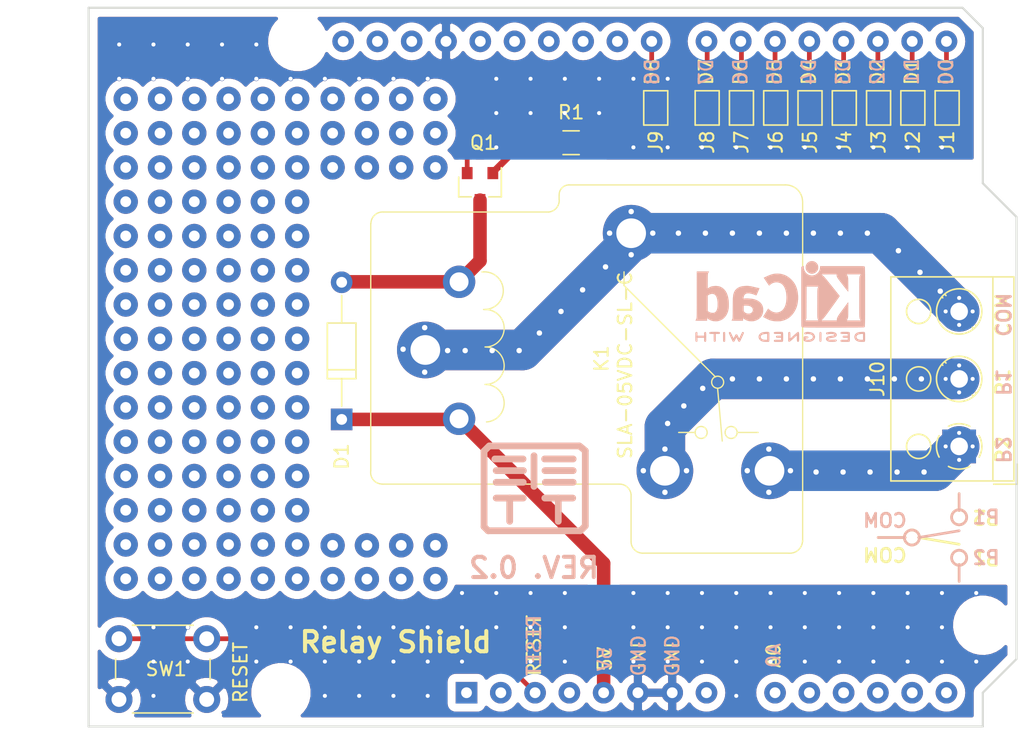
<source format=kicad_pcb>
(kicad_pcb (version 20171130) (host pcbnew 5.0.0-rc1-44a33f2~62~ubuntu16.04.1)
  (layers (0 F.Cu signal) (31 B.Cu signal) (34 B.Paste user) (35 F.Paste user) (36 B.SilkS user) (37 F.SilkS user) (38 B.Mask user) (39 F.Mask user) (44 Edge.Cuts user))
  (net 0 "")
  (net 1 GND)
  (net 2 +5V)
  (net 3 "Net-(D1-Pad2)")
  (net 4 /D2)
  (net 5 /D3)
  (net 6 "Net-(A1-Pad3)")
  (net 7 /D4)
  (net 8 /D5)
  (net 9 /D6)
  (net 10 /D7)
  (net 11 /D8)
  (net 12 /D0)
  (net 13 /D1)
  (net 14 /RELAY_CMD)
  (net 15 /REL3)
  (net 16 /REL1)
  (net 17 /REL4)
  (net 18 "Net-(Q1-Pad1)")
  (module VIA_MATRIX (layer F.Cu) (at 169.5 116.5)
    (fp_text reference V21_18 hide)
    (fp_text value AUTO_VIA hide)
    (pad 1 thru_hole circle (at 0 0) (size 0.4 0.4) (drill 0.3) (layers *.Cu) (net 16 /REL1) (clearance 0.2))
  )
  (module VIA_MATRIX (layer F.Cu) (at 169.5 114.5)
    (fp_text reference V21_18 hide)
    (fp_text value AUTO_VIA hide)
    (pad 1 thru_hole circle (at 0 0) (size 0.4 0.4) (drill 0.3) (layers *.Cu) (net 16 /REL1) (clearance 0.2))
  )
  (module VIA_MATRIX (layer F.Cu) (at 170.5 115.5)
    (fp_text reference V21_18 hide)
    (fp_text value AUTO_VIA hide)
    (pad 1 thru_hole circle (at 0 0) (size 0.4 0.4) (drill 0.3) (layers *.Cu) (net 16 /REL1) (clearance 0.2))
  )
  (module VIA_MATRIX (layer F.Cu) (at 168.5 115.5)
    (fp_text reference V21_18 hide)
    (fp_text value AUTO_VIA hide)
    (pad 1 thru_hole circle (at 0 0) (size 0.4 0.4) (drill 0.3) (layers *.Cu) (net 16 /REL1) (clearance 0.2))
  )
  (module VIA_MATRIX (layer F.Cu) (at 168.5 120.5)
    (fp_text reference V21_18 hide)
    (fp_text value AUTO_VIA hide)
    (pad 1 thru_hole circle (at 0 0) (size 0.4 0.4) (drill 0.3) (layers *.Cu) (net 17 /REL4) (clearance 0.2))
  )
  (module VIA_MATRIX (layer F.Cu) (at 169.5 121.5)
    (fp_text reference V21_18 hide)
    (fp_text value AUTO_VIA hide)
    (pad 1 thru_hole circle (at 0 0) (size 0.4 0.4) (drill 0.3) (layers *.Cu) (net 17 /REL4) (clearance 0.2))
  )
  (module VIA_MATRIX (layer F.Cu) (at 170.5 120.5)
    (fp_text reference V21_18 hide)
    (fp_text value AUTO_VIA hide)
    (pad 1 thru_hole circle (at 0 0) (size 0.4 0.4) (drill 0.3) (layers *.Cu) (net 17 /REL4) (clearance 0.2))
  )
  (module VIA_MATRIX (layer F.Cu) (at 169.5 119.5)
    (fp_text reference V21_18 hide)
    (fp_text value AUTO_VIA hide)
    (pad 1 thru_hole circle (at 0 0) (size 0.4 0.4) (drill 0.3) (layers *.Cu) (net 17 /REL4) (clearance 0.2))
  )
  (module VIA_MATRIX (layer F.Cu) (at 170.5 125.5)
    (fp_text reference V21_18 hide)
    (fp_text value AUTO_VIA hide)
    (pad 1 thru_hole circle (at 0 0) (size 0.4 0.4) (drill 0.3) (layers *.Cu) (net 15 /REL3) (clearance 0.2))
  )
  (module VIA_MATRIX (layer F.Cu) (at 169.5 126.5)
    (fp_text reference V21_18 hide)
    (fp_text value AUTO_VIA hide)
    (pad 1 thru_hole circle (at 0 0) (size 0.4 0.4) (drill 0.3) (layers *.Cu) (net 15 /REL3) (clearance 0.2))
  )
  (module VIA_MATRIX (layer F.Cu) (at 169.5 124.5)
    (fp_text reference V21_18 hide)
    (fp_text value AUTO_VIA hide)
    (pad 1 thru_hole circle (at 0 0) (size 0.4 0.4) (drill 0.3) (layers *.Cu) (net 15 /REL3) (clearance 0.2))
  )
  (module VIA_MATRIX (layer F.Cu) (at 168.5 125.5)
    (fp_text reference V21_18 hide)
    (fp_text value AUTO_VIA hide)
    (pad 1 thru_hole circle (at 0 0) (size 0.4 0.4) (drill 0.3) (layers *.Cu) (net 15 /REL3) (clearance 0.2))
  )
  (module VIA_MATRIX (layer F.Cu) (at 168.1 114)
    (fp_text reference V21_18 hide)
    (fp_text value AUTO_VIA hide)
    (pad 1 thru_hole circle (at 0 0) (size 0.8 0.8) (drill 0.4) (layers *.Cu) (net 16 /REL1) (clearance 0.2))
  )
  (module VIA_MATRIX (layer F.Cu) (at 166.6 112.6)
    (fp_text reference V21_18 hide)
    (fp_text value AUTO_VIA hide)
    (pad 1 thru_hole circle (at 0 0) (size 0.8 0.8) (drill 0.4) (layers *.Cu) (net 16 /REL1) (clearance 0.2))
  )
  (module VIA_MATRIX (layer F.Cu) (at 165 111)
    (fp_text reference V21_18 hide)
    (fp_text value AUTO_VIA hide)
    (pad 1 thru_hole circle (at 0 0) (size 0.8 0.8) (drill 0.4) (layers *.Cu) (net 16 /REL1) (clearance 0.2))
  )
  (module VIA_MATRIX (layer F.Cu) (at 162.7 109.7)
    (fp_text reference V21_18 hide)
    (fp_text value AUTO_VIA hide)
    (pad 1 thru_hole circle (at 0 0) (size 0.8 0.8) (drill 0.4) (layers *.Cu) (net 16 /REL1) (clearance 0.2))
  )
  (module VIA_MATRIX (layer F.Cu) (at 160.7 109.7)
    (fp_text reference V21_18 hide)
    (fp_text value AUTO_VIA hide)
    (pad 1 thru_hole circle (at 0 0) (size 0.8 0.8) (drill 0.4) (layers *.Cu) (net 16 /REL1) (clearance 0.2))
  )
  (module VIA_MATRIX (layer F.Cu) (at 158.7 109.7)
    (fp_text reference V21_18 hide)
    (fp_text value AUTO_VIA hide)
    (pad 1 thru_hole circle (at 0 0) (size 0.8 0.8) (drill 0.4) (layers *.Cu) (net 16 /REL1) (clearance 0.2))
  )
  (module VIA_MATRIX (layer F.Cu) (at 156.7 109.7)
    (fp_text reference V21_18 hide)
    (fp_text value AUTO_VIA hide)
    (pad 1 thru_hole circle (at 0 0) (size 0.8 0.8) (drill 0.4) (layers *.Cu) (net 16 /REL1) (clearance 0.2))
  )
  (module VIA_MATRIX (layer F.Cu) (at 154.7 109.7)
    (fp_text reference V21_18 hide)
    (fp_text value AUTO_VIA hide)
    (pad 1 thru_hole circle (at 0 0) (size 0.8 0.8) (drill 0.4) (layers *.Cu) (net 16 /REL1) (clearance 0.2))
  )
  (module VIA_MATRIX (layer F.Cu) (at 152.7 109.7)
    (fp_text reference V21_18 hide)
    (fp_text value AUTO_VIA hide)
    (pad 1 thru_hole circle (at 0 0) (size 0.8 0.8) (drill 0.4) (layers *.Cu) (net 16 /REL1) (clearance 0.2))
  )
  (module VIA_MATRIX (layer F.Cu) (at 150.7 109.7)
    (fp_text reference V21_18 hide)
    (fp_text value AUTO_VIA hide)
    (pad 1 thru_hole circle (at 0 0) (size 0.8 0.8) (drill 0.4) (layers *.Cu) (net 16 /REL1) (clearance 0.2))
  )
  (module VIA_MATRIX (layer F.Cu) (at 148.7 109.7)
    (fp_text reference V21_18 hide)
    (fp_text value AUTO_VIA hide)
    (pad 1 thru_hole circle (at 0 0) (size 0.8 0.8) (drill 0.4) (layers *.Cu) (net 16 /REL1) (clearance 0.2))
  )
  (module VIA_MATRIX (layer F.Cu) (at 145.2 111.3)
    (fp_text reference V21_18 hide)
    (fp_text value AUTO_VIA hide)
    (pad 1 thru_hole circle (at 0 0) (size 0.8 0.8) (drill 0.4) (layers *.Cu) (net 16 /REL1) (clearance 0.2))
  )
  (module VIA_MATRIX (layer F.Cu) (at 146.8 109.7)
    (fp_text reference V21_18 hide)
    (fp_text value AUTO_VIA hide)
    (pad 1 thru_hole circle (at 0 0) (size 0.8 0.8) (drill 0.4) (layers *.Cu) (net 16 /REL1) (clearance 0.2))
  )
  (module VIA_MATRIX (layer F.Cu) (at 143.6 109.7)
    (fp_text reference V21_18 hide)
    (fp_text value AUTO_VIA hide)
    (pad 1 thru_hole circle (at 0 0) (size 0.8 0.8) (drill 0.4) (layers *.Cu) (net 16 /REL1) (clearance 0.2))
  )
  (module VIA_MATRIX (layer F.Cu) (at 145.2 108.1)
    (fp_text reference V21_18 hide)
    (fp_text value AUTO_VIA hide)
    (pad 1 thru_hole circle (at 0 0) (size 0.8 0.8) (drill 0.4) (layers *.Cu) (net 16 /REL1) (clearance 0.2))
  )
  (module VIA_MATRIX (layer F.Cu) (at 143.3 112.2)
    (fp_text reference V21_18 hide)
    (fp_text value AUTO_VIA hide)
    (pad 1 thru_hole circle (at 0 0) (size 0.8 0.8) (drill 0.4) (layers *.Cu) (net 16 /REL1) (clearance 0.2))
  )
  (module VIA_MATRIX (layer F.Cu) (at 141.6 113.9)
    (fp_text reference V21_18 hide)
    (fp_text value AUTO_VIA hide)
    (pad 1 thru_hole circle (at 0 0) (size 0.8 0.8) (drill 0.4) (layers *.Cu) (net 16 /REL1) (clearance 0.2))
  )
  (module VIA_MATRIX (layer F.Cu) (at 140 115.5)
    (fp_text reference V21_18 hide)
    (fp_text value AUTO_VIA hide)
    (pad 1 thru_hole circle (at 0 0) (size 0.8 0.8) (drill 0.4) (layers *.Cu) (net 16 /REL1) (clearance 0.2))
  )
  (module VIA_MATRIX (layer F.Cu) (at 138.4 117.1)
    (fp_text reference V21_18 hide)
    (fp_text value AUTO_VIA hide)
    (pad 1 thru_hole circle (at 0 0) (size 0.8 0.8) (drill 0.4) (layers *.Cu) (net 16 /REL1) (clearance 0.2))
  )
  (module VIA_MATRIX (layer F.Cu) (at 136.9 118.4)
    (fp_text reference V21_18 hide)
    (fp_text value AUTO_VIA hide)
    (pad 1 thru_hole circle (at 0 0) (size 0.8 0.8) (drill 0.4) (layers *.Cu) (net 16 /REL1) (clearance 0.2))
  )
  (module VIA_MATRIX (layer F.Cu) (at 134.9 118.4)
    (fp_text reference V21_18 hide)
    (fp_text value AUTO_VIA hide)
    (pad 1 thru_hole circle (at 0 0) (size 0.8 0.8) (drill 0.4) (layers *.Cu) (net 16 /REL1) (clearance 0.2))
  )
  (module VIA_MATRIX (layer F.Cu) (at 132.9 118.4)
    (fp_text reference V21_18 hide)
    (fp_text value AUTO_VIA hide)
    (pad 1 thru_hole circle (at 0 0) (size 0.8 0.8) (drill 0.4) (layers *.Cu) (net 16 /REL1) (clearance 0.2))
  )
  (module VIA_MATRIX (layer F.Cu) (at 129.9 116.7)
    (fp_text reference V21_18 hide)
    (fp_text value AUTO_VIA hide)
    (pad 1 thru_hole circle (at 0 0) (size 0.8 0.8) (drill 0.4) (layers *.Cu) (net 16 /REL1) (clearance 0.2))
  )
  (module VIA_MATRIX (layer F.Cu) (at 129.9 120)
    (fp_text reference V21_18 hide)
    (fp_text value AUTO_VIA hide)
    (pad 1 thru_hole circle (at 0 0) (size 0.8 0.8) (drill 0.4) (layers *.Cu) (net 16 /REL1) (clearance 0.2))
  )
  (module VIA_MATRIX (layer F.Cu) (at 131.6 118.4)
    (fp_text reference V21_18 hide)
    (fp_text value AUTO_VIA hide)
    (pad 1 thru_hole circle (at 0 0) (size 0.8 0.8) (drill 0.4) (layers *.Cu) (net 16 /REL1) (clearance 0.2))
  )
  (module VIA_MATRIX (layer F.Cu) (at 128.3 118.3)
    (fp_text reference V21_18 hide)
    (fp_text value AUTO_VIA hide)
    (pad 1 thru_hole circle (at 0 0) (size 0.8 0.8) (drill 0.4) (layers *.Cu) (net 16 /REL1) (clearance 0.2))
  )
  (module VIA_MATRIX (layer F.Cu) (at 147.7 128.9)
    (fp_text reference V21_18 hide)
    (fp_text value AUTO_VIA hide)
    (pad 1 thru_hole circle (at 0 0) (size 0.8 0.8) (drill 0.4) (layers *.Cu) (net 17 /REL4) (clearance 0.2))
  )
  (module VIA_MATRIX (layer F.Cu) (at 149.3 127.3)
    (fp_text reference V21_18 hide)
    (fp_text value AUTO_VIA hide)
    (pad 1 thru_hole circle (at 0 0) (size 0.8 0.8) (drill 0.4) (layers *.Cu) (net 17 /REL4) (clearance 0.2))
  )
  (module VIA_MATRIX (layer F.Cu) (at 146.1 127.3)
    (fp_text reference V21_18 hide)
    (fp_text value AUTO_VIA hide)
    (pad 1 thru_hole circle (at 0 0) (size 0.8 0.8) (drill 0.4) (layers *.Cu) (net 17 /REL4) (clearance 0.2))
  )
  (module VIA_MATRIX (layer F.Cu) (at 147.7 125.7)
    (fp_text reference V21_18 hide)
    (fp_text value AUTO_VIA hide)
    (pad 1 thru_hole circle (at 0 0) (size 0.8 0.8) (drill 0.4) (layers *.Cu) (net 17 /REL4) (clearance 0.2))
  )
  (module VIA_MATRIX (layer F.Cu) (at 157 127.3)
    (fp_text reference V21_18 hide)
    (fp_text value AUTO_VIA hide)
    (pad 1 thru_hole circle (at 0 0) (size 0.8 0.8) (drill 0.4) (layers *.Cu) (net 15 /REL3) (clearance 0.2))
  )
  (module VIA_MATRIX (layer F.Cu) (at 153.8 127.3)
    (fp_text reference V21_18 hide)
    (fp_text value AUTO_VIA hide)
    (pad 1 thru_hole circle (at 0 0) (size 0.8 0.8) (drill 0.4) (layers *.Cu) (net 15 /REL3) (clearance 0.2))
  )
  (module VIA_MATRIX (layer F.Cu) (at 155.4 128.9)
    (fp_text reference V21_18 hide)
    (fp_text value AUTO_VIA hide)
    (pad 1 thru_hole circle (at 0 0) (size 0.8 0.8) (drill 0.4) (layers *.Cu) (net 15 /REL3) (clearance 0.2))
  )
  (module VIA_MATRIX (layer F.Cu) (at 155.4 125.7)
    (fp_text reference V21_18 hide)
    (fp_text value AUTO_VIA hide)
    (pad 1 thru_hole circle (at 0 0) (size 0.8 0.8) (drill 0.4) (layers *.Cu) (net 15 /REL3) (clearance 0.2))
  )
  (module VIA_MATRIX (layer F.Cu) (at 158.9 127.4)
    (fp_text reference V21_18 hide)
    (fp_text value AUTO_VIA hide)
    (pad 1 thru_hole circle (at 0 0) (size 0.8 0.8) (drill 0.4) (layers *.Cu) (net 15 /REL3) (clearance 0.2))
  )
  (module VIA_MATRIX (layer F.Cu) (at 166.9 127.4)
    (fp_text reference V21_18 hide)
    (fp_text value AUTO_VIA hide)
    (pad 1 thru_hole circle (at 0 0) (size 0.8 0.8) (drill 0.4) (layers *.Cu) (net 15 /REL3) (clearance 0.2))
  )
  (module VIA_MATRIX (layer F.Cu) (at 160.9 127.4)
    (fp_text reference V21_18 hide)
    (fp_text value AUTO_VIA hide)
    (pad 1 thru_hole circle (at 0 0) (size 0.8 0.8) (drill 0.4) (layers *.Cu) (net 15 /REL3) (clearance 0.2))
  )
  (module VIA_MATRIX (layer F.Cu) (at 164.9 127.4)
    (fp_text reference V21_18 hide)
    (fp_text value AUTO_VIA hide)
    (pad 1 thru_hole circle (at 0 0) (size 0.8 0.8) (drill 0.4) (layers *.Cu) (net 15 /REL3) (clearance 0.2))
  )
  (module VIA_MATRIX (layer F.Cu) (at 162.9 127.4)
    (fp_text reference V21_18 hide)
    (fp_text value AUTO_VIA hide)
    (pad 1 thru_hole circle (at 0 0) (size 0.8 0.8) (drill 0.4) (layers *.Cu) (net 15 /REL3) (clearance 0.2))
  )
  (module VIA_MATRIX (layer F.Cu) (at 166.7 120.5)
    (fp_text reference V21_18 hide)
    (fp_text value AUTO_VIA hide)
    (pad 1 thru_hole circle (at 0 0) (size 0.8 0.8) (drill 0.4) (layers *.Cu) (net 17 /REL4) (clearance 0.2))
  )
  (module VIA_MATRIX (layer F.Cu) (at 164.7 120.5)
    (fp_text reference V21_18 hide)
    (fp_text value AUTO_VIA hide)
    (pad 1 thru_hole circle (at 0 0) (size 0.8 0.8) (drill 0.4) (layers *.Cu) (net 17 /REL4) (clearance 0.2))
  )
  (module VIA_MATRIX (layer F.Cu) (at 162.7 120.5)
    (fp_text reference V21_18 hide)
    (fp_text value AUTO_VIA hide)
    (pad 1 thru_hole circle (at 0 0) (size 0.8 0.8) (drill 0.4) (layers *.Cu) (net 17 /REL4) (clearance 0.2))
  )
  (module VIA_MATRIX (layer F.Cu) (at 160.7 120.5)
    (fp_text reference V21_18 hide)
    (fp_text value AUTO_VIA hide)
    (pad 1 thru_hole circle (at 0 0) (size 0.8 0.8) (drill 0.4) (layers *.Cu) (net 17 /REL4) (clearance 0.2))
  )
  (module VIA_MATRIX (layer F.Cu) (at 158.7 120.5)
    (fp_text reference V21_18 hide)
    (fp_text value AUTO_VIA hide)
    (pad 1 thru_hole circle (at 0 0) (size 0.8 0.8) (drill 0.4) (layers *.Cu) (net 17 /REL4) (clearance 0.2))
  )
  (module VIA_MATRIX (layer F.Cu) (at 156.7 120.5)
    (fp_text reference V21_18 hide)
    (fp_text value AUTO_VIA hide)
    (pad 1 thru_hole circle (at 0 0) (size 0.8 0.8) (drill 0.4) (layers *.Cu) (net 17 /REL4) (clearance 0.2))
  )
  (module VIA_MATRIX (layer F.Cu) (at 154.7 120.5)
    (fp_text reference V21_18 hide)
    (fp_text value AUTO_VIA hide)
    (pad 1 thru_hole circle (at 0 0) (size 0.8 0.8) (drill 0.4) (layers *.Cu) (net 17 /REL4) (clearance 0.2))
  )
  (module VIA_MATRIX (layer F.Cu) (at 152.7 120.5)
    (fp_text reference V21_18 hide)
    (fp_text value AUTO_VIA hide)
    (pad 1 thru_hole circle (at 0 0) (size 0.8 0.8) (drill 0.4) (layers *.Cu) (net 17 /REL4) (clearance 0.2))
  )
  (module VIA_MATRIX (layer F.Cu) (at 150.5 121.2)
    (fp_text reference V21_18 hide)
    (fp_text value AUTO_VIA hide)
    (pad 1 thru_hole circle (at 0 0) (size 0.8 0.8) (drill 0.4) (layers *.Cu) (net 17 /REL4) (clearance 0.2))
  )
  (module VIA_MATRIX (layer F.Cu) (at 149.1 122.5)
    (fp_text reference V21_18 hide)
    (fp_text value AUTO_VIA hide)
    (pad 1 thru_hole circle (at 0 0) (size 0.8 0.8) (drill 0.4) (layers *.Cu) (net 17 /REL4) (clearance 0.2))
  )
  (module VIA_MATRIX (layer F.Cu) (at 147.9 123.8)
    (fp_text reference V21_18 hide)
    (fp_text value AUTO_VIA hide)
    (pad 1 thru_hole circle (at 0 0) (size 0.8 0.8) (drill 0.4) (layers *.Cu) (net 17 /REL4) (clearance 0.2))
  )
  (module VIA_MATRIX (layer F.Cu) (at 107.265476 95.7225)
    (fp_text reference V5_2 hide)
    (fp_text value AUTO_VIA hide)
    (pad 1 thru_hole circle (at 0 0) (size 0.35 0.35) (drill 0.3) (layers *.Cu) (net 1 GND) (clearance 0.2))
  )
  (module VIA_MATRIX (layer F.Cu) (at 109.805476 95.7225)
    (fp_text reference V6_2 hide)
    (fp_text value AUTO_VIA hide)
    (pad 1 thru_hole circle (at 0 0) (size 0.35 0.35) (drill 0.3) (layers *.Cu) (net 1 GND) (clearance 0.2))
  )
  (module VIA_MATRIX (layer F.Cu) (at 112.345476 95.7225)
    (fp_text reference V7_2 hide)
    (fp_text value AUTO_VIA hide)
    (pad 1 thru_hole circle (at 0 0) (size 0.35 0.35) (drill 0.3) (layers *.Cu) (net 1 GND) (clearance 0.2))
  )
  (module VIA_MATRIX (layer F.Cu) (at 114.885476 95.7225)
    (fp_text reference V8_2 hide)
    (fp_text value AUTO_VIA hide)
    (pad 1 thru_hole circle (at 0 0) (size 0.35 0.35) (drill 0.3) (layers *.Cu) (net 1 GND) (clearance 0.2))
  )
  (module VIA_MATRIX (layer F.Cu) (at 117.425476 95.7225)
    (fp_text reference V9_2 hide)
    (fp_text value AUTO_VIA hide)
    (pad 1 thru_hole circle (at 0 0) (size 0.35 0.35) (drill 0.3) (layers *.Cu) (net 1 GND) (clearance 0.2))
  )
  (module VIA_MATRIX (layer F.Cu) (at 107.265476 98.2625)
    (fp_text reference V5_3 hide)
    (fp_text value AUTO_VIA hide)
    (pad 1 thru_hole circle (at 0 0) (size 0.35 0.35) (drill 0.3) (layers *.Cu) (net 1 GND) (clearance 0.2))
  )
  (module VIA_MATRIX (layer F.Cu) (at 109.805476 98.2625)
    (fp_text reference V6_3 hide)
    (fp_text value AUTO_VIA hide)
    (pad 1 thru_hole circle (at 0 0) (size 0.35 0.35) (drill 0.3) (layers *.Cu) (net 1 GND) (clearance 0.2))
  )
  (module VIA_MATRIX (layer F.Cu) (at 112.345476 98.2625)
    (fp_text reference V7_3 hide)
    (fp_text value AUTO_VIA hide)
    (pad 1 thru_hole circle (at 0 0) (size 0.35 0.35) (drill 0.3) (layers *.Cu) (net 1 GND) (clearance 0.2))
  )
  (module VIA_MATRIX (layer F.Cu) (at 114.885476 98.2625)
    (fp_text reference V8_3 hide)
    (fp_text value AUTO_VIA hide)
    (pad 1 thru_hole circle (at 0 0) (size 0.35 0.35) (drill 0.3) (layers *.Cu) (net 1 GND) (clearance 0.2))
  )
  (module VIA_MATRIX (layer F.Cu) (at 117.425476 98.2625)
    (fp_text reference V9_3 hide)
    (fp_text value AUTO_VIA hide)
    (pad 1 thru_hole circle (at 0 0) (size 0.35 0.35) (drill 0.3) (layers *.Cu) (net 1 GND) (clearance 0.2))
  )
  (module VIA_MATRIX (layer F.Cu) (at 119.965476 98.2625)
    (fp_text reference V10_3 hide)
    (fp_text value AUTO_VIA hide)
    (pad 1 thru_hole circle (at 0 0) (size 0.35 0.35) (drill 0.3) (layers *.Cu) (net 1 GND) (clearance 0.2))
  )
  (module VIA_MATRIX (layer F.Cu) (at 122.505476 98.2625)
    (fp_text reference V11_3 hide)
    (fp_text value AUTO_VIA hide)
    (pad 1 thru_hole circle (at 0 0) (size 0.35 0.35) (drill 0.3) (layers *.Cu) (net 1 GND) (clearance 0.2))
  )
  (module VIA_MATRIX (layer F.Cu) (at 125.045476 98.2625)
    (fp_text reference V12_3 hide)
    (fp_text value AUTO_VIA hide)
    (pad 1 thru_hole circle (at 0 0) (size 0.35 0.35) (drill 0.3) (layers *.Cu) (net 1 GND) (clearance 0.2))
  )
  (module VIA_MATRIX (layer F.Cu) (at 127.585476 98.2625)
    (fp_text reference V13_3 hide)
    (fp_text value AUTO_VIA hide)
    (pad 1 thru_hole circle (at 0 0) (size 0.35 0.35) (drill 0.3) (layers *.Cu) (net 1 GND) (clearance 0.2))
  )
  (module VIA_MATRIX (layer F.Cu) (at 130.125476 98.2625)
    (fp_text reference V14_3 hide)
    (fp_text value AUTO_VIA hide)
    (pad 1 thru_hole circle (at 0 0) (size 0.35 0.35) (drill 0.3) (layers *.Cu) (net 1 GND) (clearance 0.2))
  )
  (module VIA_MATRIX (layer F.Cu) (at 135.205476 98.2625)
    (fp_text reference V16_3 hide)
    (fp_text value AUTO_VIA hide)
    (pad 1 thru_hole circle (at 0 0) (size 0.35 0.35) (drill 0.3) (layers *.Cu) (net 1 GND) (clearance 0.2))
  )
  (module VIA_MATRIX (layer F.Cu) (at 137.745476 98.2625)
    (fp_text reference V17_3 hide)
    (fp_text value AUTO_VIA hide)
    (pad 1 thru_hole circle (at 0 0) (size 0.35 0.35) (drill 0.3) (layers *.Cu) (net 1 GND) (clearance 0.2))
  )
  (module VIA_MATRIX (layer F.Cu) (at 140.285476 98.2625)
    (fp_text reference V18_3 hide)
    (fp_text value AUTO_VIA hide)
    (pad 1 thru_hole circle (at 0 0) (size 0.35 0.35) (drill 0.3) (layers *.Cu) (net 1 GND) (clearance 0.2))
  )
  (module VIA_MATRIX (layer F.Cu) (at 142.825476 98.2625)
    (fp_text reference V19_3 hide)
    (fp_text value AUTO_VIA hide)
    (pad 1 thru_hole circle (at 0 0) (size 0.35 0.35) (drill 0.3) (layers *.Cu) (net 1 GND) (clearance 0.2))
  )
  (module VIA_MATRIX (layer F.Cu) (at 145.365476 98.2625)
    (fp_text reference V20_3 hide)
    (fp_text value AUTO_VIA hide)
    (pad 1 thru_hole circle (at 0 0) (size 0.35 0.35) (drill 0.3) (layers *.Cu) (net 1 GND) (clearance 0.2))
  )
  (module VIA_MATRIX (layer F.Cu) (at 147.905476 98.2625)
    (fp_text reference V21_3 hide)
    (fp_text value AUTO_VIA hide)
    (pad 1 thru_hole circle (at 0 0) (size 0.35 0.35) (drill 0.3) (layers *.Cu) (net 1 GND) (clearance 0.2))
  )
  (module VIA_MATRIX (layer F.Cu) (at 135.205476 100.8025)
    (fp_text reference V16_4 hide)
    (fp_text value AUTO_VIA hide)
    (pad 1 thru_hole circle (at 0 0) (size 0.35 0.35) (drill 0.3) (layers *.Cu) (net 1 GND) (clearance 0.2))
  )
  (module VIA_MATRIX (layer F.Cu) (at 137.745476 100.8025)
    (fp_text reference V17_4 hide)
    (fp_text value AUTO_VIA hide)
    (pad 1 thru_hole circle (at 0 0) (size 0.35 0.35) (drill 0.3) (layers *.Cu) (net 1 GND) (clearance 0.2))
  )
  (module VIA_MATRIX (layer F.Cu) (at 140.285476 100.8025)
    (fp_text reference V18_4 hide)
    (fp_text value AUTO_VIA hide)
    (pad 1 thru_hole circle (at 0 0) (size 0.35 0.35) (drill 0.3) (layers *.Cu) (net 1 GND) (clearance 0.2))
  )
  (module VIA_MATRIX (layer F.Cu) (at 142.825476 100.8025)
    (fp_text reference V19_4 hide)
    (fp_text value AUTO_VIA hide)
    (pad 1 thru_hole circle (at 0 0) (size 0.35 0.35) (drill 0.3) (layers *.Cu) (net 1 GND) (clearance 0.2))
  )
  (module VIA_MATRIX (layer F.Cu) (at 135.205476 103.3425)
    (fp_text reference V16_5 hide)
    (fp_text value AUTO_VIA hide)
    (pad 1 thru_hole circle (at 0 0) (size 0.35 0.35) (drill 0.3) (layers *.Cu) (net 1 GND) (clearance 0.2))
  )
  (module VIA_MATRIX (layer F.Cu) (at 145.365476 103.3425)
    (fp_text reference V20_5 hide)
    (fp_text value AUTO_VIA hide)
    (pad 1 thru_hole circle (at 0 0) (size 0.35 0.35) (drill 0.3) (layers *.Cu) (net 1 GND) (clearance 0.2))
  )
  (module VIA_MATRIX (layer F.Cu) (at 147.905476 103.3425)
    (fp_text reference V21_5 hide)
    (fp_text value AUTO_VIA hide)
    (pad 1 thru_hole circle (at 0 0) (size 0.35 0.35) (drill 0.3) (layers *.Cu) (net 1 GND) (clearance 0.2))
  )
  (module VIA_MATRIX (layer F.Cu) (at 150.445476 103.3425)
    (fp_text reference V22_5 hide)
    (fp_text value AUTO_VIA hide)
    (pad 1 thru_hole circle (at 0 0) (size 0.35 0.35) (drill 0.3) (layers *.Cu) (net 1 GND) (clearance 0.2))
  )
  (module VIA_MATRIX (layer F.Cu) (at 152.985476 103.3425)
    (fp_text reference V23_5 hide)
    (fp_text value AUTO_VIA hide)
    (pad 1 thru_hole circle (at 0 0) (size 0.35 0.35) (drill 0.3) (layers *.Cu) (net 1 GND) (clearance 0.2))
  )
  (module VIA_MATRIX (layer F.Cu) (at 155.525476 103.3425)
    (fp_text reference V24_5 hide)
    (fp_text value AUTO_VIA hide)
    (pad 1 thru_hole circle (at 0 0) (size 0.35 0.35) (drill 0.3) (layers *.Cu) (net 1 GND) (clearance 0.2))
  )
  (module VIA_MATRIX (layer F.Cu) (at 158.065476 103.3425)
    (fp_text reference V25_5 hide)
    (fp_text value AUTO_VIA hide)
    (pad 1 thru_hole circle (at 0 0) (size 0.35 0.35) (drill 0.3) (layers *.Cu) (net 1 GND) (clearance 0.2))
  )
  (module VIA_MATRIX (layer F.Cu) (at 160.605476 103.3425)
    (fp_text reference V26_5 hide)
    (fp_text value AUTO_VIA hide)
    (pad 1 thru_hole circle (at 0 0) (size 0.35 0.35) (drill 0.3) (layers *.Cu) (net 1 GND) (clearance 0.2))
  )
  (module VIA_MATRIX (layer F.Cu) (at 163.145476 103.3425)
    (fp_text reference V27_5 hide)
    (fp_text value AUTO_VIA hide)
    (pad 1 thru_hole circle (at 0 0) (size 0.35 0.35) (drill 0.3) (layers *.Cu) (net 1 GND) (clearance 0.2))
  )
  (module VIA_MATRIX (layer F.Cu) (at 165.685476 103.3425)
    (fp_text reference V28_5 hide)
    (fp_text value AUTO_VIA hide)
    (pad 1 thru_hole circle (at 0 0) (size 0.35 0.35) (drill 0.3) (layers *.Cu) (net 1 GND) (clearance 0.2))
  )
  (module VIA_MATRIX (layer F.Cu) (at 168.225476 103.3425)
    (fp_text reference V29_5 hide)
    (fp_text value AUTO_VIA hide)
    (pad 1 thru_hole circle (at 0 0) (size 0.35 0.35) (drill 0.3) (layers *.Cu) (net 1 GND) (clearance 0.2))
  )
  (module VIA_MATRIX (layer F.Cu) (at 132.665476 136.3625)
    (fp_text reference V15_18 hide)
    (fp_text value AUTO_VIA hide)
    (pad 1 thru_hole circle (at 0 0) (size 0.35 0.35) (drill 0.3) (layers *.Cu) (net 1 GND) (clearance 0.2))
  )
  (module VIA_MATRIX (layer F.Cu) (at 135.205476 136.3625)
    (fp_text reference V16_18 hide)
    (fp_text value AUTO_VIA hide)
    (pad 1 thru_hole circle (at 0 0) (size 0.35 0.35) (drill 0.3) (layers *.Cu) (net 1 GND) (clearance 0.2))
  )
  (module VIA_MATRIX (layer F.Cu) (at 137.745476 136.3625)
    (fp_text reference V17_18 hide)
    (fp_text value AUTO_VIA hide)
    (pad 1 thru_hole circle (at 0 0) (size 0.35 0.35) (drill 0.3) (layers *.Cu) (net 1 GND) (clearance 0.2))
  )
  (module VIA_MATRIX (layer F.Cu) (at 140.285476 136.3625)
    (fp_text reference V18_18 hide)
    (fp_text value AUTO_VIA hide)
    (pad 1 thru_hole circle (at 0 0) (size 0.35 0.35) (drill 0.3) (layers *.Cu) (net 1 GND) (clearance 0.2))
  )
  (module VIA_MATRIX (layer F.Cu) (at 145.365476 136.3625)
    (fp_text reference V20_18 hide)
    (fp_text value AUTO_VIA hide)
    (pad 1 thru_hole circle (at 0 0) (size 0.35 0.35) (drill 0.3) (layers *.Cu) (net 1 GND) (clearance 0.2))
  )
  (module VIA_MATRIX (layer F.Cu) (at 147.905476 136.3625)
    (fp_text reference V21_18 hide)
    (fp_text value AUTO_VIA hide)
    (pad 1 thru_hole circle (at 0 0) (size 0.35 0.35) (drill 0.3) (layers *.Cu) (net 1 GND) (clearance 0.2))
  )
  (module VIA_MATRIX (layer F.Cu) (at 150.445476 136.3625)
    (fp_text reference V22_18 hide)
    (fp_text value AUTO_VIA hide)
    (pad 1 thru_hole circle (at 0 0) (size 0.35 0.35) (drill 0.3) (layers *.Cu) (net 1 GND) (clearance 0.2))
  )
  (module VIA_MATRIX (layer F.Cu) (at 152.985476 136.3625)
    (fp_text reference V23_18 hide)
    (fp_text value AUTO_VIA hide)
    (pad 1 thru_hole circle (at 0 0) (size 0.35 0.35) (drill 0.3) (layers *.Cu) (net 1 GND) (clearance 0.2))
  )
  (module VIA_MATRIX (layer F.Cu) (at 155.525476 136.3625)
    (fp_text reference V24_18 hide)
    (fp_text value AUTO_VIA hide)
    (pad 1 thru_hole circle (at 0 0) (size 0.35 0.35) (drill 0.3) (layers *.Cu) (net 1 GND) (clearance 0.2))
  )
  (module VIA_MATRIX (layer F.Cu) (at 158.065476 136.3625)
    (fp_text reference V25_18 hide)
    (fp_text value AUTO_VIA hide)
    (pad 1 thru_hole circle (at 0 0) (size 0.35 0.35) (drill 0.3) (layers *.Cu) (net 1 GND) (clearance 0.2))
  )
  (module VIA_MATRIX (layer F.Cu) (at 160.605476 136.3625)
    (fp_text reference V26_18 hide)
    (fp_text value AUTO_VIA hide)
    (pad 1 thru_hole circle (at 0 0) (size 0.35 0.35) (drill 0.3) (layers *.Cu) (net 1 GND) (clearance 0.2))
  )
  (module VIA_MATRIX (layer F.Cu) (at 163.145476 136.3625)
    (fp_text reference V27_18 hide)
    (fp_text value AUTO_VIA hide)
    (pad 1 thru_hole circle (at 0 0) (size 0.35 0.35) (drill 0.3) (layers *.Cu) (net 1 GND) (clearance 0.2))
  )
  (module VIA_MATRIX (layer F.Cu) (at 165.685476 136.3625)
    (fp_text reference V28_18 hide)
    (fp_text value AUTO_VIA hide)
    (pad 1 thru_hole circle (at 0 0) (size 0.35 0.35) (drill 0.3) (layers *.Cu) (net 1 GND) (clearance 0.2))
  )
  (module VIA_MATRIX (layer F.Cu) (at 168.225476 136.3625)
    (fp_text reference V29_18 hide)
    (fp_text value AUTO_VIA hide)
    (pad 1 thru_hole circle (at 0 0) (size 0.35 0.35) (drill 0.3) (layers *.Cu) (net 1 GND) (clearance 0.2))
  )
  (module VIA_MATRIX (layer F.Cu) (at 170.765476 136.3625)
    (fp_text reference V30_18 hide)
    (fp_text value AUTO_VIA hide)
    (pad 1 thru_hole circle (at 0 0) (size 0.35 0.35) (drill 0.3) (layers *.Cu) (net 1 GND) (clearance 0.2))
  )
  (module VIA_MATRIX (layer F.Cu) (at 109.805476 138.9025)
    (fp_text reference V6_19 hide)
    (fp_text value AUTO_VIA hide)
    (pad 1 thru_hole circle (at 0 0) (size 0.35 0.35) (drill 0.3) (layers *.Cu) (net 1 GND) (clearance 0.2))
  )
  (module VIA_MATRIX (layer F.Cu) (at 112.345476 138.9025)
    (fp_text reference V7_19 hide)
    (fp_text value AUTO_VIA hide)
    (pad 1 thru_hole circle (at 0 0) (size 0.35 0.35) (drill 0.3) (layers *.Cu) (net 1 GND) (clearance 0.2))
  )
  (module VIA_MATRIX (layer F.Cu) (at 117.425476 138.9025)
    (fp_text reference V9_19 hide)
    (fp_text value AUTO_VIA hide)
    (pad 1 thru_hole circle (at 0 0) (size 0.35 0.35) (drill 0.3) (layers *.Cu) (net 1 GND) (clearance 0.2))
  )
  (module VIA_MATRIX (layer F.Cu) (at 119.965476 138.9025)
    (fp_text reference V10_19 hide)
    (fp_text value AUTO_VIA hide)
    (pad 1 thru_hole circle (at 0 0) (size 0.35 0.35) (drill 0.3) (layers *.Cu) (net 1 GND) (clearance 0.2))
  )
  (module VIA_MATRIX (layer F.Cu) (at 122.505476 138.9025)
    (fp_text reference V11_19 hide)
    (fp_text value AUTO_VIA hide)
    (pad 1 thru_hole circle (at 0 0) (size 0.35 0.35) (drill 0.3) (layers *.Cu) (net 1 GND) (clearance 0.2))
  )
  (module VIA_MATRIX (layer F.Cu) (at 125.045476 138.9025)
    (fp_text reference V12_19 hide)
    (fp_text value AUTO_VIA hide)
    (pad 1 thru_hole circle (at 0 0) (size 0.35 0.35) (drill 0.3) (layers *.Cu) (net 1 GND) (clearance 0.2))
  )
  (module VIA_MATRIX (layer F.Cu) (at 127.585476 138.9025)
    (fp_text reference V13_19 hide)
    (fp_text value AUTO_VIA hide)
    (pad 1 thru_hole circle (at 0 0) (size 0.35 0.35) (drill 0.3) (layers *.Cu) (net 1 GND) (clearance 0.2))
  )
  (module VIA_MATRIX (layer F.Cu) (at 130.125476 138.9025)
    (fp_text reference V14_19 hide)
    (fp_text value AUTO_VIA hide)
    (pad 1 thru_hole circle (at 0 0) (size 0.35 0.35) (drill 0.3) (layers *.Cu) (net 1 GND) (clearance 0.2))
  )
  (module VIA_MATRIX (layer F.Cu) (at 132.665476 138.9025)
    (fp_text reference V15_19 hide)
    (fp_text value AUTO_VIA hide)
    (pad 1 thru_hole circle (at 0 0) (size 0.35 0.35) (drill 0.3) (layers *.Cu) (net 1 GND) (clearance 0.2))
  )
  (module VIA_MATRIX (layer F.Cu) (at 135.205476 138.9025)
    (fp_text reference V16_19 hide)
    (fp_text value AUTO_VIA hide)
    (pad 1 thru_hole circle (at 0 0) (size 0.35 0.35) (drill 0.3) (layers *.Cu) (net 1 GND) (clearance 0.2))
  )
  (module VIA_MATRIX (layer F.Cu) (at 137.745476 138.9025)
    (fp_text reference V17_19 hide)
    (fp_text value AUTO_VIA hide)
    (pad 1 thru_hole circle (at 0 0) (size 0.35 0.35) (drill 0.3) (layers *.Cu) (net 1 GND) (clearance 0.2))
  )
  (module VIA_MATRIX (layer F.Cu) (at 140.285476 138.9025)
    (fp_text reference V18_19 hide)
    (fp_text value AUTO_VIA hide)
    (pad 1 thru_hole circle (at 0 0) (size 0.35 0.35) (drill 0.3) (layers *.Cu) (net 1 GND) (clearance 0.2))
  )
  (module VIA_MATRIX (layer F.Cu) (at 145.365476 138.9025)
    (fp_text reference V20_19 hide)
    (fp_text value AUTO_VIA hide)
    (pad 1 thru_hole circle (at 0 0) (size 0.35 0.35) (drill 0.3) (layers *.Cu) (net 1 GND) (clearance 0.2))
  )
  (module VIA_MATRIX (layer F.Cu) (at 147.905476 138.9025)
    (fp_text reference V21_19 hide)
    (fp_text value AUTO_VIA hide)
    (pad 1 thru_hole circle (at 0 0) (size 0.35 0.35) (drill 0.3) (layers *.Cu) (net 1 GND) (clearance 0.2))
  )
  (module VIA_MATRIX (layer F.Cu) (at 150.445476 138.9025)
    (fp_text reference V22_19 hide)
    (fp_text value AUTO_VIA hide)
    (pad 1 thru_hole circle (at 0 0) (size 0.35 0.35) (drill 0.3) (layers *.Cu) (net 1 GND) (clearance 0.2))
  )
  (module VIA_MATRIX (layer F.Cu) (at 152.985476 138.9025)
    (fp_text reference V23_19 hide)
    (fp_text value AUTO_VIA hide)
    (pad 1 thru_hole circle (at 0 0) (size 0.35 0.35) (drill 0.3) (layers *.Cu) (net 1 GND) (clearance 0.2))
  )
  (module VIA_MATRIX (layer F.Cu) (at 155.525476 138.9025)
    (fp_text reference V24_19 hide)
    (fp_text value AUTO_VIA hide)
    (pad 1 thru_hole circle (at 0 0) (size 0.35 0.35) (drill 0.3) (layers *.Cu) (net 1 GND) (clearance 0.2))
  )
  (module VIA_MATRIX (layer F.Cu) (at 158.065476 138.9025)
    (fp_text reference V25_19 hide)
    (fp_text value AUTO_VIA hide)
    (pad 1 thru_hole circle (at 0 0) (size 0.35 0.35) (drill 0.3) (layers *.Cu) (net 1 GND) (clearance 0.2))
  )
  (module VIA_MATRIX (layer F.Cu) (at 160.605476 138.9025)
    (fp_text reference V26_19 hide)
    (fp_text value AUTO_VIA hide)
    (pad 1 thru_hole circle (at 0 0) (size 0.35 0.35) (drill 0.3) (layers *.Cu) (net 1 GND) (clearance 0.2))
  )
  (module VIA_MATRIX (layer F.Cu) (at 163.145476 138.9025)
    (fp_text reference V27_19 hide)
    (fp_text value AUTO_VIA hide)
    (pad 1 thru_hole circle (at 0 0) (size 0.35 0.35) (drill 0.3) (layers *.Cu) (net 1 GND) (clearance 0.2))
  )
  (module VIA_MATRIX (layer F.Cu) (at 165.685476 138.9025)
    (fp_text reference V28_19 hide)
    (fp_text value AUTO_VIA hide)
    (pad 1 thru_hole circle (at 0 0) (size 0.35 0.35) (drill 0.3) (layers *.Cu) (net 1 GND) (clearance 0.2))
  )
  (module VIA_MATRIX (layer F.Cu) (at 168.225476 138.9025)
    (fp_text reference V29_19 hide)
    (fp_text value AUTO_VIA hide)
    (pad 1 thru_hole circle (at 0 0) (size 0.35 0.35) (drill 0.3) (layers *.Cu) (net 1 GND) (clearance 0.2))
  )
  (module VIA_MATRIX (layer F.Cu) (at 109.805476 141.4425)
    (fp_text reference V6_20 hide)
    (fp_text value AUTO_VIA hide)
    (pad 1 thru_hole circle (at 0 0) (size 0.35 0.35) (drill 0.3) (layers *.Cu) (net 1 GND) (clearance 0.2))
  )
  (module VIA_MATRIX (layer F.Cu) (at 112.345476 141.4425)
    (fp_text reference V7_20 hide)
    (fp_text value AUTO_VIA hide)
    (pad 1 thru_hole circle (at 0 0) (size 0.35 0.35) (drill 0.3) (layers *.Cu) (net 1 GND) (clearance 0.2))
  )
  (module VIA_MATRIX (layer F.Cu) (at 117.425476 141.4425)
    (fp_text reference V9_20 hide)
    (fp_text value AUTO_VIA hide)
    (pad 1 thru_hole circle (at 0 0) (size 0.35 0.35) (drill 0.3) (layers *.Cu) (net 1 GND) (clearance 0.2))
  )
  (module VIA_MATRIX (layer F.Cu) (at 119.965476 141.4425)
    (fp_text reference V10_20 hide)
    (fp_text value AUTO_VIA hide)
    (pad 1 thru_hole circle (at 0 0) (size 0.35 0.35) (drill 0.3) (layers *.Cu) (net 1 GND) (clearance 0.2))
  )
  (module VIA_MATRIX (layer F.Cu) (at 122.505476 141.4425)
    (fp_text reference V11_20 hide)
    (fp_text value AUTO_VIA hide)
    (pad 1 thru_hole circle (at 0 0) (size 0.35 0.35) (drill 0.3) (layers *.Cu) (net 1 GND) (clearance 0.2))
  )
  (module VIA_MATRIX (layer F.Cu) (at 125.045476 141.4425)
    (fp_text reference V12_20 hide)
    (fp_text value AUTO_VIA hide)
    (pad 1 thru_hole circle (at 0 0) (size 0.35 0.35) (drill 0.3) (layers *.Cu) (net 1 GND) (clearance 0.2))
  )
  (module VIA_MATRIX (layer F.Cu) (at 127.585476 141.4425)
    (fp_text reference V13_20 hide)
    (fp_text value AUTO_VIA hide)
    (pad 1 thru_hole circle (at 0 0) (size 0.35 0.35) (drill 0.3) (layers *.Cu) (net 1 GND) (clearance 0.2))
  )
  (module VIA_MATRIX (layer F.Cu) (at 130.125476 141.4425)
    (fp_text reference V14_20 hide)
    (fp_text value AUTO_VIA hide)
    (pad 1 thru_hole circle (at 0 0) (size 0.35 0.35) (drill 0.3) (layers *.Cu) (net 1 GND) (clearance 0.2))
  )
  (module VIA_MATRIX (layer F.Cu) (at 132.665476 141.4425)
    (fp_text reference V15_20 hide)
    (fp_text value AUTO_VIA hide)
    (pad 1 thru_hole circle (at 0 0) (size 0.35 0.35) (drill 0.3) (layers *.Cu) (net 1 GND) (clearance 0.2))
  )
  (module VIA_MATRIX (layer F.Cu) (at 137.745476 141.4425)
    (fp_text reference V17_20 hide)
    (fp_text value AUTO_VIA hide)
    (pad 1 thru_hole circle (at 0 0) (size 0.35 0.35) (drill 0.3) (layers *.Cu) (net 1 GND) (clearance 0.2))
  )
  (module VIA_MATRIX (layer F.Cu) (at 140.285476 141.4425)
    (fp_text reference V18_20 hide)
    (fp_text value AUTO_VIA hide)
    (pad 1 thru_hole circle (at 0 0) (size 0.35 0.35) (drill 0.3) (layers *.Cu) (net 1 GND) (clearance 0.2))
  )
  (module VIA_MATRIX (layer F.Cu) (at 145.365476 141.4425)
    (fp_text reference V20_20 hide)
    (fp_text value AUTO_VIA hide)
    (pad 1 thru_hole circle (at 0 0) (size 0.35 0.35) (drill 0.3) (layers *.Cu) (net 1 GND) (clearance 0.2))
  )
  (module VIA_MATRIX (layer F.Cu) (at 147.905476 141.4425)
    (fp_text reference V21_20 hide)
    (fp_text value AUTO_VIA hide)
    (pad 1 thru_hole circle (at 0 0) (size 0.35 0.35) (drill 0.3) (layers *.Cu) (net 1 GND) (clearance 0.2))
  )
  (module VIA_MATRIX (layer F.Cu) (at 150.445476 141.4425)
    (fp_text reference V22_20 hide)
    (fp_text value AUTO_VIA hide)
    (pad 1 thru_hole circle (at 0 0) (size 0.35 0.35) (drill 0.3) (layers *.Cu) (net 1 GND) (clearance 0.2))
  )
  (module VIA_MATRIX (layer F.Cu) (at 152.985476 141.4425)
    (fp_text reference V23_20 hide)
    (fp_text value AUTO_VIA hide)
    (pad 1 thru_hole circle (at 0 0) (size 0.35 0.35) (drill 0.3) (layers *.Cu) (net 1 GND) (clearance 0.2))
  )
  (module VIA_MATRIX (layer F.Cu) (at 155.525476 141.4425)
    (fp_text reference V24_20 hide)
    (fp_text value AUTO_VIA hide)
    (pad 1 thru_hole circle (at 0 0) (size 0.35 0.35) (drill 0.3) (layers *.Cu) (net 1 GND) (clearance 0.2))
  )
  (module VIA_MATRIX (layer F.Cu) (at 158.065476 141.4425)
    (fp_text reference V25_20 hide)
    (fp_text value AUTO_VIA hide)
    (pad 1 thru_hole circle (at 0 0) (size 0.35 0.35) (drill 0.3) (layers *.Cu) (net 1 GND) (clearance 0.2))
  )
  (module VIA_MATRIX (layer F.Cu) (at 160.605476 141.4425)
    (fp_text reference V26_20 hide)
    (fp_text value AUTO_VIA hide)
    (pad 1 thru_hole circle (at 0 0) (size 0.35 0.35) (drill 0.3) (layers *.Cu) (net 1 GND) (clearance 0.2))
  )
  (module VIA_MATRIX (layer F.Cu) (at 163.145476 141.4425)
    (fp_text reference V27_20 hide)
    (fp_text value AUTO_VIA hide)
    (pad 1 thru_hole circle (at 0 0) (size 0.35 0.35) (drill 0.3) (layers *.Cu) (net 1 GND) (clearance 0.2))
  )
  (module VIA_MATRIX (layer F.Cu) (at 165.685476 141.4425)
    (fp_text reference V28_20 hide)
    (fp_text value AUTO_VIA hide)
    (pad 1 thru_hole circle (at 0 0) (size 0.35 0.35) (drill 0.3) (layers *.Cu) (net 1 GND) (clearance 0.2))
  )
  (module VIA_MATRIX (layer F.Cu) (at 168.225476 141.4425)
    (fp_text reference V29_20 hide)
    (fp_text value AUTO_VIA hide)
    (pad 1 thru_hole circle (at 0 0) (size 0.35 0.35) (drill 0.3) (layers *.Cu) (net 1 GND) (clearance 0.2))
  )
  (module VIA_MATRIX (layer F.Cu) (at 170.765476 141.4425)
    (fp_text reference V30_20 hide)
    (fp_text value AUTO_VIA hide)
    (pad 1 thru_hole circle (at 0 0) (size 0.35 0.35) (drill 0.3) (layers *.Cu) (net 1 GND) (clearance 0.2))
  )
  (module VIA_MATRIX (layer F.Cu) (at 109.805476 143.9825)
    (fp_text reference V6_21 hide)
    (fp_text value AUTO_VIA hide)
    (pad 1 thru_hole circle (at 0 0) (size 0.35 0.35) (drill 0.3) (layers *.Cu) (net 1 GND) (clearance 0.2))
  )
  (module VIA_MATRIX (layer F.Cu) (at 122.505476 143.9825)
    (fp_text reference V11_21 hide)
    (fp_text value AUTO_VIA hide)
    (pad 1 thru_hole circle (at 0 0) (size 0.35 0.35) (drill 0.3) (layers *.Cu) (net 1 GND) (clearance 0.2))
  )
  (module VIA_MATRIX (layer F.Cu) (at 125.045476 143.9825)
    (fp_text reference V12_21 hide)
    (fp_text value AUTO_VIA hide)
    (pad 1 thru_hole circle (at 0 0) (size 0.35 0.35) (drill 0.3) (layers *.Cu) (net 1 GND) (clearance 0.2))
  )
  (module VIA_MATRIX (layer F.Cu) (at 127.585476 143.9825)
    (fp_text reference V13_21 hide)
    (fp_text value AUTO_VIA hide)
    (pad 1 thru_hole circle (at 0 0) (size 0.35 0.35) (drill 0.3) (layers *.Cu) (net 1 GND) (clearance 0.2))
  )
  (module VIA_MATRIX (layer F.Cu) (at 130.125476 143.9825)
    (fp_text reference V14_21 hide)
    (fp_text value AUTO_VIA hide)
    (pad 1 thru_hole circle (at 0 0) (size 0.35 0.35) (drill 0.3) (layers *.Cu) (net 1 GND) (clearance 0.2))
  )
  (module VIA_MATRIX (layer F.Cu) (at 152.985476 143.9825)
    (fp_text reference V23_21 hide)
    (fp_text value AUTO_VIA hide)
    (pad 1 thru_hole circle (at 0 0) (size 0.35 0.35) (drill 0.3) (layers *.Cu) (net 1 GND) (clearance 0.2))
  )
  (module Symbols:KiCad-Logo2_6mm_SilkScreen (layer B.Cu) (at 156.25 114.75 180)
    (fp_text reference REF*** hide)
    (fp_text value KiCad-Logo2_6mm_SilkScreen hide)
  )
  (module Wire_Pads:SolderWirePad_single_0-8mmDrill (layer F.Cu) (at 130.7 132.83)
    (fp_text reference REF** hide)
    (fp_text value SolderWirePad_single_0-8mmDrill)
    (pad 1 thru_hole circle (at 0 0) (size 1.8 1.8) (drill 0.8001) (layers *.Cu *.Mask))
  )
  (module Wire_Pads:SolderWirePad_single_0-8mmDrill (layer F.Cu) (at 128.16 135.33)
    (fp_text reference REF** hide)
    (fp_text value SolderWirePad_single_0-8mmDrill)
    (pad 1 thru_hole circle (at 0 0) (size 1.8 1.8) (drill 0.8001) (layers *.Cu *.Mask))
  )
  (module Wire_Pads:SolderWirePad_single_0-8mmDrill (layer F.Cu) (at 128.16 132.83)
    (fp_text reference REF** hide)
    (fp_text value SolderWirePad_single_0-8mmDrill)
    (pad 1 thru_hole circle (at 0 0) (size 1.8 1.8) (drill 0.8001) (layers *.Cu *.Mask))
  )
  (module Wire_Pads:SolderWirePad_single_0-8mmDrill (layer F.Cu) (at 130.7 135.33)
    (fp_text reference REF** hide)
    (fp_text value SolderWirePad_single_0-8mmDrill)
    (pad 1 thru_hole circle (at 0 0) (size 1.8 1.8) (drill 0.8001) (layers *.Cu *.Mask))
  )
  (module Wire_Pads:SolderWirePad_single_0-8mmDrill (layer F.Cu) (at 125.62 135.33)
    (fp_text reference REF** hide)
    (fp_text value SolderWirePad_single_0-8mmDrill)
    (pad 1 thru_hole circle (at 0 0) (size 1.8 1.8) (drill 0.8001) (layers *.Cu *.Mask))
  )
  (module Wire_Pads:SolderWirePad_single_0-8mmDrill (layer F.Cu) (at 125.62 132.83)
    (fp_text reference REF** hide)
    (fp_text value SolderWirePad_single_0-8mmDrill)
    (pad 1 thru_hole circle (at 0 0) (size 1.8 1.8) (drill 0.8001) (layers *.Cu *.Mask))
  )
  (module Wire_Pads:SolderWirePad_single_0-8mmDrill (layer F.Cu) (at 123.08 132.83)
    (fp_text reference REF** hide)
    (fp_text value SolderWirePad_single_0-8mmDrill)
    (pad 1 thru_hole circle (at 0 0) (size 1.8 1.8) (drill 0.8001) (layers *.Cu *.Mask))
  )
  (module Wire_Pads:SolderWirePad_single_0-8mmDrill (layer F.Cu) (at 123.08 135.33)
    (fp_text reference REF** hide)
    (fp_text value SolderWirePad_single_0-8mmDrill)
    (pad 1 thru_hole circle (at 0 0) (size 1.8 1.8) (drill 0.8001) (layers *.Cu *.Mask))
  )
  (module Wire_Pads:SolderWirePad_single_0-8mmDrill (layer F.Cu) (at 125.62 104.83)
    (fp_text reference REF** hide)
    (fp_text value SolderWirePad_single_0-8mmDrill)
    (pad 1 thru_hole circle (at 0 0) (size 1.8 1.8) (drill 0.8001) (layers *.Cu *.Mask))
  )
  (module Wire_Pads:SolderWirePad_single_0-8mmDrill (layer F.Cu) (at 123.08 104.83)
    (fp_text reference REF** hide)
    (fp_text value SolderWirePad_single_0-8mmDrill)
    (pad 1 thru_hole circle (at 0 0) (size 1.8 1.8) (drill 0.8001) (layers *.Cu *.Mask))
  )
  (module Wire_Pads:SolderWirePad_single_0-8mmDrill (layer F.Cu) (at 130.7 104.83)
    (fp_text reference REF** hide)
    (fp_text value SolderWirePad_single_0-8mmDrill)
    (pad 1 thru_hole circle (at 0 0) (size 1.8 1.8) (drill 0.8001) (layers *.Cu *.Mask))
  )
  (module Wire_Pads:SolderWirePad_single_0-8mmDrill (layer F.Cu) (at 128.16 99.75)
    (fp_text reference REF** hide)
    (fp_text value SolderWirePad_single_0-8mmDrill)
    (pad 1 thru_hole circle (at 0 0) (size 1.8 1.8) (drill 0.8001) (layers *.Cu *.Mask))
  )
  (module Wire_Pads:SolderWirePad_single_0-8mmDrill (layer F.Cu) (at 130.7 99.75)
    (fp_text reference REF** hide)
    (fp_text value SolderWirePad_single_0-8mmDrill)
    (pad 1 thru_hole circle (at 0 0) (size 1.8 1.8) (drill 0.8001) (layers *.Cu *.Mask))
  )
  (module Wire_Pads:SolderWirePad_single_0-8mmDrill (layer F.Cu) (at 125.62 102.29)
    (fp_text reference REF** hide)
    (fp_text value SolderWirePad_single_0-8mmDrill)
    (pad 1 thru_hole circle (at 0 0) (size 1.8 1.8) (drill 0.8001) (layers *.Cu *.Mask))
  )
  (module Wire_Pads:SolderWirePad_single_0-8mmDrill (layer F.Cu) (at 128.16 104.83)
    (fp_text reference REF** hide)
    (fp_text value SolderWirePad_single_0-8mmDrill)
    (pad 1 thru_hole circle (at 0 0) (size 1.8 1.8) (drill 0.8001) (layers *.Cu *.Mask))
  )
  (module Wire_Pads:SolderWirePad_single_0-8mmDrill (layer F.Cu) (at 123.08 102.29)
    (fp_text reference REF** hide)
    (fp_text value SolderWirePad_single_0-8mmDrill)
    (pad 1 thru_hole circle (at 0 0) (size 1.8 1.8) (drill 0.8001) (layers *.Cu *.Mask))
  )
  (module Wire_Pads:SolderWirePad_single_0-8mmDrill (layer F.Cu) (at 130.7 102.29)
    (fp_text reference REF** hide)
    (fp_text value SolderWirePad_single_0-8mmDrill)
    (pad 1 thru_hole circle (at 0 0) (size 1.8 1.8) (drill 0.8001) (layers *.Cu *.Mask))
  )
  (module Wire_Pads:SolderWirePad_single_0-8mmDrill (layer F.Cu) (at 128.16 102.29)
    (fp_text reference REF** hide)
    (fp_text value SolderWirePad_single_0-8mmDrill)
    (pad 1 thru_hole circle (at 0 0) (size 1.8 1.8) (drill 0.8001) (layers *.Cu *.Mask))
  )
  (module Wire_Pads:SolderWirePad_single_0-8mmDrill (layer F.Cu) (at 125.62 99.75)
    (fp_text reference REF** hide)
    (fp_text value SolderWirePad_single_0-8mmDrill)
    (pad 1 thru_hole circle (at 0 0) (size 1.8 1.8) (drill 0.8001) (layers *.Cu *.Mask))
  )
  (module Wire_Pads:SolderWirePad_single_0-8mmDrill (layer F.Cu) (at 123.08 99.75)
    (fp_text reference REF** hide)
    (fp_text value SolderWirePad_single_0-8mmDrill)
    (pad 1 thru_hole circle (at 0 0) (size 1.8 1.8) (drill 0.8001) (layers *.Cu *.Mask))
  )
  (module Wire_Pads:SolderWirePad_single_0-8mmDrill (layer F.Cu) (at 120.45 135.31)
    (fp_text reference REF** hide)
    (fp_text value SolderWirePad_single_0-8mmDrill)
    (pad 1 thru_hole circle (at 0 0) (size 1.8 1.8) (drill 0.8001) (layers *.Cu *.Mask))
  )
  (module Wire_Pads:SolderWirePad_single_0-8mmDrill (layer F.Cu) (at 117.91 135.31)
    (fp_text reference REF** hide)
    (fp_text value SolderWirePad_single_0-8mmDrill)
    (pad 1 thru_hole circle (at 0 0) (size 1.8 1.8) (drill 0.8001) (layers *.Cu *.Mask))
  )
  (module Wire_Pads:SolderWirePad_single_0-8mmDrill (layer F.Cu) (at 115.37 135.31)
    (fp_text reference REF** hide)
    (fp_text value SolderWirePad_single_0-8mmDrill)
    (pad 1 thru_hole circle (at 0 0) (size 1.8 1.8) (drill 0.8001) (layers *.Cu *.Mask))
  )
  (module Wire_Pads:SolderWirePad_single_0-8mmDrill (layer F.Cu) (at 112.83 135.31)
    (fp_text reference REF** hide)
    (fp_text value SolderWirePad_single_0-8mmDrill)
    (pad 1 thru_hole circle (at 0 0) (size 1.8 1.8) (drill 0.8001) (layers *.Cu *.Mask))
  )
  (module Wire_Pads:SolderWirePad_single_0-8mmDrill (layer F.Cu) (at 110.29 135.31)
    (fp_text reference REF** hide)
    (fp_text value SolderWirePad_single_0-8mmDrill)
    (pad 1 thru_hole circle (at 0 0) (size 1.8 1.8) (drill 0.8001) (layers *.Cu *.Mask))
  )
  (module Wire_Pads:SolderWirePad_single_0-8mmDrill (layer F.Cu) (at 107.75 135.31)
    (fp_text reference REF** hide)
    (fp_text value SolderWirePad_single_0-8mmDrill)
    (pad 1 thru_hole circle (at 0 0) (size 1.8 1.8) (drill 0.8001) (layers *.Cu *.Mask))
  )
  (module Wire_Pads:SolderWirePad_single_0-8mmDrill (layer F.Cu) (at 120.45 132.77)
    (fp_text reference REF** hide)
    (fp_text value SolderWirePad_single_0-8mmDrill)
    (pad 1 thru_hole circle (at 0 0) (size 1.8 1.8) (drill 0.8001) (layers *.Cu *.Mask))
  )
  (module Wire_Pads:SolderWirePad_single_0-8mmDrill (layer F.Cu) (at 117.91 132.77)
    (fp_text reference REF** hide)
    (fp_text value SolderWirePad_single_0-8mmDrill)
    (pad 1 thru_hole circle (at 0 0) (size 1.8 1.8) (drill 0.8001) (layers *.Cu *.Mask))
  )
  (module Wire_Pads:SolderWirePad_single_0-8mmDrill (layer F.Cu) (at 115.37 132.77)
    (fp_text reference REF** hide)
    (fp_text value SolderWirePad_single_0-8mmDrill)
    (pad 1 thru_hole circle (at 0 0) (size 1.8 1.8) (drill 0.8001) (layers *.Cu *.Mask))
  )
  (module Wire_Pads:SolderWirePad_single_0-8mmDrill (layer F.Cu) (at 112.83 132.77)
    (fp_text reference REF** hide)
    (fp_text value SolderWirePad_single_0-8mmDrill)
    (pad 1 thru_hole circle (at 0 0) (size 1.8 1.8) (drill 0.8001) (layers *.Cu *.Mask))
  )
  (module Wire_Pads:SolderWirePad_single_0-8mmDrill (layer F.Cu) (at 110.29 132.77)
    (fp_text reference REF** hide)
    (fp_text value SolderWirePad_single_0-8mmDrill)
    (pad 1 thru_hole circle (at 0 0) (size 1.8 1.8) (drill 0.8001) (layers *.Cu *.Mask))
  )
  (module Wire_Pads:SolderWirePad_single_0-8mmDrill (layer F.Cu) (at 107.75 132.77)
    (fp_text reference REF** hide)
    (fp_text value SolderWirePad_single_0-8mmDrill)
    (pad 1 thru_hole circle (at 0 0) (size 1.8 1.8) (drill 0.8001) (layers *.Cu *.Mask))
  )
  (module Wire_Pads:SolderWirePad_single_0-8mmDrill (layer F.Cu) (at 120.45 130.23)
    (fp_text reference REF** hide)
    (fp_text value SolderWirePad_single_0-8mmDrill)
    (pad 1 thru_hole circle (at 0 0) (size 1.8 1.8) (drill 0.8001) (layers *.Cu *.Mask))
  )
  (module Wire_Pads:SolderWirePad_single_0-8mmDrill (layer F.Cu) (at 117.91 130.23)
    (fp_text reference REF** hide)
    (fp_text value SolderWirePad_single_0-8mmDrill)
    (pad 1 thru_hole circle (at 0 0) (size 1.8 1.8) (drill 0.8001) (layers *.Cu *.Mask))
  )
  (module Wire_Pads:SolderWirePad_single_0-8mmDrill (layer F.Cu) (at 115.37 130.23)
    (fp_text reference REF** hide)
    (fp_text value SolderWirePad_single_0-8mmDrill)
    (pad 1 thru_hole circle (at 0 0) (size 1.8 1.8) (drill 0.8001) (layers *.Cu *.Mask))
  )
  (module Wire_Pads:SolderWirePad_single_0-8mmDrill (layer F.Cu) (at 112.83 130.23)
    (fp_text reference REF** hide)
    (fp_text value SolderWirePad_single_0-8mmDrill)
    (pad 1 thru_hole circle (at 0 0) (size 1.8 1.8) (drill 0.8001) (layers *.Cu *.Mask))
  )
  (module Wire_Pads:SolderWirePad_single_0-8mmDrill (layer F.Cu) (at 110.29 130.23)
    (fp_text reference REF** hide)
    (fp_text value SolderWirePad_single_0-8mmDrill)
    (pad 1 thru_hole circle (at 0 0) (size 1.8 1.8) (drill 0.8001) (layers *.Cu *.Mask))
  )
  (module Wire_Pads:SolderWirePad_single_0-8mmDrill (layer F.Cu) (at 107.75 130.23)
    (fp_text reference REF** hide)
    (fp_text value SolderWirePad_single_0-8mmDrill)
    (pad 1 thru_hole circle (at 0 0) (size 1.8 1.8) (drill 0.8001) (layers *.Cu *.Mask))
  )
  (module Wire_Pads:SolderWirePad_single_0-8mmDrill (layer F.Cu) (at 120.45 127.69)
    (fp_text reference REF** hide)
    (fp_text value SolderWirePad_single_0-8mmDrill)
    (pad 1 thru_hole circle (at 0 0) (size 1.8 1.8) (drill 0.8001) (layers *.Cu *.Mask))
  )
  (module Wire_Pads:SolderWirePad_single_0-8mmDrill (layer F.Cu) (at 117.91 127.69)
    (fp_text reference REF** hide)
    (fp_text value SolderWirePad_single_0-8mmDrill)
    (pad 1 thru_hole circle (at 0 0) (size 1.8 1.8) (drill 0.8001) (layers *.Cu *.Mask))
  )
  (module Wire_Pads:SolderWirePad_single_0-8mmDrill (layer F.Cu) (at 115.37 127.69)
    (fp_text reference REF** hide)
    (fp_text value SolderWirePad_single_0-8mmDrill)
    (pad 1 thru_hole circle (at 0 0) (size 1.8 1.8) (drill 0.8001) (layers *.Cu *.Mask))
  )
  (module Wire_Pads:SolderWirePad_single_0-8mmDrill (layer F.Cu) (at 112.83 127.69)
    (fp_text reference REF** hide)
    (fp_text value SolderWirePad_single_0-8mmDrill)
    (pad 1 thru_hole circle (at 0 0) (size 1.8 1.8) (drill 0.8001) (layers *.Cu *.Mask))
  )
  (module Wire_Pads:SolderWirePad_single_0-8mmDrill (layer F.Cu) (at 110.29 127.69)
    (fp_text reference REF** hide)
    (fp_text value SolderWirePad_single_0-8mmDrill)
    (pad 1 thru_hole circle (at 0 0) (size 1.8 1.8) (drill 0.8001) (layers *.Cu *.Mask))
  )
  (module Wire_Pads:SolderWirePad_single_0-8mmDrill (layer F.Cu) (at 107.75 127.69)
    (fp_text reference REF** hide)
    (fp_text value SolderWirePad_single_0-8mmDrill)
    (pad 1 thru_hole circle (at 0 0) (size 1.8 1.8) (drill 0.8001) (layers *.Cu *.Mask))
  )
  (module Wire_Pads:SolderWirePad_single_0-8mmDrill (layer F.Cu) (at 120.45 125.15)
    (fp_text reference REF** hide)
    (fp_text value SolderWirePad_single_0-8mmDrill)
    (pad 1 thru_hole circle (at 0 0) (size 1.8 1.8) (drill 0.8001) (layers *.Cu *.Mask))
  )
  (module Wire_Pads:SolderWirePad_single_0-8mmDrill (layer F.Cu) (at 117.91 125.15)
    (fp_text reference REF** hide)
    (fp_text value SolderWirePad_single_0-8mmDrill)
    (pad 1 thru_hole circle (at 0 0) (size 1.8 1.8) (drill 0.8001) (layers *.Cu *.Mask))
  )
  (module Wire_Pads:SolderWirePad_single_0-8mmDrill (layer F.Cu) (at 115.37 125.15)
    (fp_text reference REF** hide)
    (fp_text value SolderWirePad_single_0-8mmDrill)
    (pad 1 thru_hole circle (at 0 0) (size 1.8 1.8) (drill 0.8001) (layers *.Cu *.Mask))
  )
  (module Wire_Pads:SolderWirePad_single_0-8mmDrill (layer F.Cu) (at 112.83 125.15)
    (fp_text reference REF** hide)
    (fp_text value SolderWirePad_single_0-8mmDrill)
    (pad 1 thru_hole circle (at 0 0) (size 1.8 1.8) (drill 0.8001) (layers *.Cu *.Mask))
  )
  (module Wire_Pads:SolderWirePad_single_0-8mmDrill (layer F.Cu) (at 110.29 125.15)
    (fp_text reference REF** hide)
    (fp_text value SolderWirePad_single_0-8mmDrill)
    (pad 1 thru_hole circle (at 0 0) (size 1.8 1.8) (drill 0.8001) (layers *.Cu *.Mask))
  )
  (module Wire_Pads:SolderWirePad_single_0-8mmDrill (layer F.Cu) (at 107.75 125.15)
    (fp_text reference REF** hide)
    (fp_text value SolderWirePad_single_0-8mmDrill)
    (pad 1 thru_hole circle (at 0 0) (size 1.8 1.8) (drill 0.8001) (layers *.Cu *.Mask))
  )
  (module Wire_Pads:SolderWirePad_single_0-8mmDrill (layer F.Cu) (at 120.45 122.61)
    (fp_text reference REF** hide)
    (fp_text value SolderWirePad_single_0-8mmDrill)
    (pad 1 thru_hole circle (at 0 0) (size 1.8 1.8) (drill 0.8001) (layers *.Cu *.Mask))
  )
  (module Wire_Pads:SolderWirePad_single_0-8mmDrill (layer F.Cu) (at 117.91 122.61)
    (fp_text reference REF** hide)
    (fp_text value SolderWirePad_single_0-8mmDrill)
    (pad 1 thru_hole circle (at 0 0) (size 1.8 1.8) (drill 0.8001) (layers *.Cu *.Mask))
  )
  (module Wire_Pads:SolderWirePad_single_0-8mmDrill (layer F.Cu) (at 115.37 122.61)
    (fp_text reference REF** hide)
    (fp_text value SolderWirePad_single_0-8mmDrill)
    (pad 1 thru_hole circle (at 0 0) (size 1.8 1.8) (drill 0.8001) (layers *.Cu *.Mask))
  )
  (module Wire_Pads:SolderWirePad_single_0-8mmDrill (layer F.Cu) (at 112.83 122.61)
    (fp_text reference REF** hide)
    (fp_text value SolderWirePad_single_0-8mmDrill)
    (pad 1 thru_hole circle (at 0 0) (size 1.8 1.8) (drill 0.8001) (layers *.Cu *.Mask))
  )
  (module Wire_Pads:SolderWirePad_single_0-8mmDrill (layer F.Cu) (at 110.29 122.61)
    (fp_text reference REF** hide)
    (fp_text value SolderWirePad_single_0-8mmDrill)
    (pad 1 thru_hole circle (at 0 0) (size 1.8 1.8) (drill 0.8001) (layers *.Cu *.Mask))
  )
  (module Wire_Pads:SolderWirePad_single_0-8mmDrill (layer F.Cu) (at 107.75 122.61)
    (fp_text reference REF** hide)
    (fp_text value SolderWirePad_single_0-8mmDrill)
    (pad 1 thru_hole circle (at 0 0) (size 1.8 1.8) (drill 0.8001) (layers *.Cu *.Mask))
  )
  (module Wire_Pads:SolderWirePad_single_0-8mmDrill (layer F.Cu) (at 120.45 120.07)
    (fp_text reference REF** hide)
    (fp_text value SolderWirePad_single_0-8mmDrill)
    (pad 1 thru_hole circle (at 0 0) (size 1.8 1.8) (drill 0.8001) (layers *.Cu *.Mask))
  )
  (module Wire_Pads:SolderWirePad_single_0-8mmDrill (layer F.Cu) (at 117.91 120.07)
    (fp_text reference REF** hide)
    (fp_text value SolderWirePad_single_0-8mmDrill)
    (pad 1 thru_hole circle (at 0 0) (size 1.8 1.8) (drill 0.8001) (layers *.Cu *.Mask))
  )
  (module Wire_Pads:SolderWirePad_single_0-8mmDrill (layer F.Cu) (at 115.37 120.07)
    (fp_text reference REF** hide)
    (fp_text value SolderWirePad_single_0-8mmDrill)
    (pad 1 thru_hole circle (at 0 0) (size 1.8 1.8) (drill 0.8001) (layers *.Cu *.Mask))
  )
  (module Wire_Pads:SolderWirePad_single_0-8mmDrill (layer F.Cu) (at 112.83 120.07)
    (fp_text reference REF** hide)
    (fp_text value SolderWirePad_single_0-8mmDrill)
    (pad 1 thru_hole circle (at 0 0) (size 1.8 1.8) (drill 0.8001) (layers *.Cu *.Mask))
  )
  (module Wire_Pads:SolderWirePad_single_0-8mmDrill (layer F.Cu) (at 110.29 120.07)
    (fp_text reference REF** hide)
    (fp_text value SolderWirePad_single_0-8mmDrill)
    (pad 1 thru_hole circle (at 0 0) (size 1.8 1.8) (drill 0.8001) (layers *.Cu *.Mask))
  )
  (module Wire_Pads:SolderWirePad_single_0-8mmDrill (layer F.Cu) (at 107.75 120.07)
    (fp_text reference REF** hide)
    (fp_text value SolderWirePad_single_0-8mmDrill)
    (pad 1 thru_hole circle (at 0 0) (size 1.8 1.8) (drill 0.8001) (layers *.Cu *.Mask))
  )
  (module Wire_Pads:SolderWirePad_single_0-8mmDrill (layer F.Cu) (at 120.45 117.53)
    (fp_text reference REF** hide)
    (fp_text value SolderWirePad_single_0-8mmDrill)
    (pad 1 thru_hole circle (at 0 0) (size 1.8 1.8) (drill 0.8001) (layers *.Cu *.Mask))
  )
  (module Wire_Pads:SolderWirePad_single_0-8mmDrill (layer F.Cu) (at 117.91 117.53)
    (fp_text reference REF** hide)
    (fp_text value SolderWirePad_single_0-8mmDrill)
    (pad 1 thru_hole circle (at 0 0) (size 1.8 1.8) (drill 0.8001) (layers *.Cu *.Mask))
  )
  (module Wire_Pads:SolderWirePad_single_0-8mmDrill (layer F.Cu) (at 115.37 117.53)
    (fp_text reference REF** hide)
    (fp_text value SolderWirePad_single_0-8mmDrill)
    (pad 1 thru_hole circle (at 0 0) (size 1.8 1.8) (drill 0.8001) (layers *.Cu *.Mask))
  )
  (module Wire_Pads:SolderWirePad_single_0-8mmDrill (layer F.Cu) (at 112.83 117.53)
    (fp_text reference REF** hide)
    (fp_text value SolderWirePad_single_0-8mmDrill)
    (pad 1 thru_hole circle (at 0 0) (size 1.8 1.8) (drill 0.8001) (layers *.Cu *.Mask))
  )
  (module Wire_Pads:SolderWirePad_single_0-8mmDrill (layer F.Cu) (at 110.29 117.53)
    (fp_text reference REF** hide)
    (fp_text value SolderWirePad_single_0-8mmDrill)
    (pad 1 thru_hole circle (at 0 0) (size 1.8 1.8) (drill 0.8001) (layers *.Cu *.Mask))
  )
  (module Wire_Pads:SolderWirePad_single_0-8mmDrill (layer F.Cu) (at 107.75 117.53)
    (fp_text reference REF** hide)
    (fp_text value SolderWirePad_single_0-8mmDrill)
    (pad 1 thru_hole circle (at 0 0) (size 1.8 1.8) (drill 0.8001) (layers *.Cu *.Mask))
  )
  (module Wire_Pads:SolderWirePad_single_0-8mmDrill (layer F.Cu) (at 120.45 114.99)
    (fp_text reference REF** hide)
    (fp_text value SolderWirePad_single_0-8mmDrill)
    (pad 1 thru_hole circle (at 0 0) (size 1.8 1.8) (drill 0.8001) (layers *.Cu *.Mask))
  )
  (module Wire_Pads:SolderWirePad_single_0-8mmDrill (layer F.Cu) (at 117.91 114.99)
    (fp_text reference REF** hide)
    (fp_text value SolderWirePad_single_0-8mmDrill)
    (pad 1 thru_hole circle (at 0 0) (size 1.8 1.8) (drill 0.8001) (layers *.Cu *.Mask))
  )
  (module Wire_Pads:SolderWirePad_single_0-8mmDrill (layer F.Cu) (at 115.37 114.99)
    (fp_text reference REF** hide)
    (fp_text value SolderWirePad_single_0-8mmDrill)
    (pad 1 thru_hole circle (at 0 0) (size 1.8 1.8) (drill 0.8001) (layers *.Cu *.Mask))
  )
  (module Wire_Pads:SolderWirePad_single_0-8mmDrill (layer F.Cu) (at 112.83 114.99)
    (fp_text reference REF** hide)
    (fp_text value SolderWirePad_single_0-8mmDrill)
    (pad 1 thru_hole circle (at 0 0) (size 1.8 1.8) (drill 0.8001) (layers *.Cu *.Mask))
  )
  (module Wire_Pads:SolderWirePad_single_0-8mmDrill (layer F.Cu) (at 110.29 114.99)
    (fp_text reference REF** hide)
    (fp_text value SolderWirePad_single_0-8mmDrill)
    (pad 1 thru_hole circle (at 0 0) (size 1.8 1.8) (drill 0.8001) (layers *.Cu *.Mask))
  )
  (module Wire_Pads:SolderWirePad_single_0-8mmDrill (layer F.Cu) (at 107.75 114.99)
    (fp_text reference REF** hide)
    (fp_text value SolderWirePad_single_0-8mmDrill)
    (pad 1 thru_hole circle (at 0 0) (size 1.8 1.8) (drill 0.8001) (layers *.Cu *.Mask))
  )
  (module Wire_Pads:SolderWirePad_single_0-8mmDrill (layer F.Cu) (at 120.45 112.45)
    (fp_text reference REF** hide)
    (fp_text value SolderWirePad_single_0-8mmDrill)
    (pad 1 thru_hole circle (at 0 0) (size 1.8 1.8) (drill 0.8001) (layers *.Cu *.Mask))
  )
  (module Wire_Pads:SolderWirePad_single_0-8mmDrill (layer F.Cu) (at 117.91 112.45)
    (fp_text reference REF** hide)
    (fp_text value SolderWirePad_single_0-8mmDrill)
    (pad 1 thru_hole circle (at 0 0) (size 1.8 1.8) (drill 0.8001) (layers *.Cu *.Mask))
  )
  (module Wire_Pads:SolderWirePad_single_0-8mmDrill (layer F.Cu) (at 115.37 112.45)
    (fp_text reference REF** hide)
    (fp_text value SolderWirePad_single_0-8mmDrill)
    (pad 1 thru_hole circle (at 0 0) (size 1.8 1.8) (drill 0.8001) (layers *.Cu *.Mask))
  )
  (module Wire_Pads:SolderWirePad_single_0-8mmDrill (layer F.Cu) (at 112.83 112.45)
    (fp_text reference REF** hide)
    (fp_text value SolderWirePad_single_0-8mmDrill)
    (pad 1 thru_hole circle (at 0 0) (size 1.8 1.8) (drill 0.8001) (layers *.Cu *.Mask))
  )
  (module Wire_Pads:SolderWirePad_single_0-8mmDrill (layer F.Cu) (at 110.29 112.45)
    (fp_text reference REF** hide)
    (fp_text value SolderWirePad_single_0-8mmDrill)
    (pad 1 thru_hole circle (at 0 0) (size 1.8 1.8) (drill 0.8001) (layers *.Cu *.Mask))
  )
  (module Wire_Pads:SolderWirePad_single_0-8mmDrill (layer F.Cu) (at 107.75 112.45)
    (fp_text reference REF** hide)
    (fp_text value SolderWirePad_single_0-8mmDrill)
    (pad 1 thru_hole circle (at 0 0) (size 1.8 1.8) (drill 0.8001) (layers *.Cu *.Mask))
  )
  (module Wire_Pads:SolderWirePad_single_0-8mmDrill (layer F.Cu) (at 120.45 109.91)
    (fp_text reference REF** hide)
    (fp_text value SolderWirePad_single_0-8mmDrill)
    (pad 1 thru_hole circle (at 0 0) (size 1.8 1.8) (drill 0.8001) (layers *.Cu *.Mask))
  )
  (module Wire_Pads:SolderWirePad_single_0-8mmDrill (layer F.Cu) (at 117.91 109.91)
    (fp_text reference REF** hide)
    (fp_text value SolderWirePad_single_0-8mmDrill)
    (pad 1 thru_hole circle (at 0 0) (size 1.8 1.8) (drill 0.8001) (layers *.Cu *.Mask))
  )
  (module Wire_Pads:SolderWirePad_single_0-8mmDrill (layer F.Cu) (at 115.37 109.91)
    (fp_text reference REF** hide)
    (fp_text value SolderWirePad_single_0-8mmDrill)
    (pad 1 thru_hole circle (at 0 0) (size 1.8 1.8) (drill 0.8001) (layers *.Cu *.Mask))
  )
  (module Wire_Pads:SolderWirePad_single_0-8mmDrill (layer F.Cu) (at 112.83 109.91)
    (fp_text reference REF** hide)
    (fp_text value SolderWirePad_single_0-8mmDrill)
    (pad 1 thru_hole circle (at 0 0) (size 1.8 1.8) (drill 0.8001) (layers *.Cu *.Mask))
  )
  (module Wire_Pads:SolderWirePad_single_0-8mmDrill (layer F.Cu) (at 110.29 109.91)
    (fp_text reference REF** hide)
    (fp_text value SolderWirePad_single_0-8mmDrill)
    (pad 1 thru_hole circle (at 0 0) (size 1.8 1.8) (drill 0.8001) (layers *.Cu *.Mask))
  )
  (module Wire_Pads:SolderWirePad_single_0-8mmDrill (layer F.Cu) (at 107.75 109.91)
    (fp_text reference REF** hide)
    (fp_text value SolderWirePad_single_0-8mmDrill)
    (pad 1 thru_hole circle (at 0 0) (size 1.8 1.8) (drill 0.8001) (layers *.Cu *.Mask))
  )
  (module Wire_Pads:SolderWirePad_single_0-8mmDrill (layer F.Cu) (at 120.45 107.37)
    (fp_text reference REF** hide)
    (fp_text value SolderWirePad_single_0-8mmDrill)
    (pad 1 thru_hole circle (at 0 0) (size 1.8 1.8) (drill 0.8001) (layers *.Cu *.Mask))
  )
  (module Wire_Pads:SolderWirePad_single_0-8mmDrill (layer F.Cu) (at 117.91 107.37)
    (fp_text reference REF** hide)
    (fp_text value SolderWirePad_single_0-8mmDrill)
    (pad 1 thru_hole circle (at 0 0) (size 1.8 1.8) (drill 0.8001) (layers *.Cu *.Mask))
  )
  (module Wire_Pads:SolderWirePad_single_0-8mmDrill (layer F.Cu) (at 115.37 107.37)
    (fp_text reference REF** hide)
    (fp_text value SolderWirePad_single_0-8mmDrill)
    (pad 1 thru_hole circle (at 0 0) (size 1.8 1.8) (drill 0.8001) (layers *.Cu *.Mask))
  )
  (module Wire_Pads:SolderWirePad_single_0-8mmDrill (layer F.Cu) (at 112.83 107.37)
    (fp_text reference REF** hide)
    (fp_text value SolderWirePad_single_0-8mmDrill)
    (pad 1 thru_hole circle (at 0 0) (size 1.8 1.8) (drill 0.8001) (layers *.Cu *.Mask))
  )
  (module Wire_Pads:SolderWirePad_single_0-8mmDrill (layer F.Cu) (at 110.29 107.37)
    (fp_text reference REF** hide)
    (fp_text value SolderWirePad_single_0-8mmDrill)
    (pad 1 thru_hole circle (at 0 0) (size 1.8 1.8) (drill 0.8001) (layers *.Cu *.Mask))
  )
  (module Wire_Pads:SolderWirePad_single_0-8mmDrill (layer F.Cu) (at 107.75 107.37)
    (fp_text reference REF** hide)
    (fp_text value SolderWirePad_single_0-8mmDrill)
    (pad 1 thru_hole circle (at 0 0) (size 1.8 1.8) (drill 0.8001) (layers *.Cu *.Mask))
  )
  (module Wire_Pads:SolderWirePad_single_0-8mmDrill (layer F.Cu) (at 120.45 104.83)
    (fp_text reference REF** hide)
    (fp_text value SolderWirePad_single_0-8mmDrill)
    (pad 1 thru_hole circle (at 0 0) (size 1.8 1.8) (drill 0.8001) (layers *.Cu *.Mask))
  )
  (module Wire_Pads:SolderWirePad_single_0-8mmDrill (layer F.Cu) (at 117.91 104.83)
    (fp_text reference REF** hide)
    (fp_text value SolderWirePad_single_0-8mmDrill)
    (pad 1 thru_hole circle (at 0 0) (size 1.8 1.8) (drill 0.8001) (layers *.Cu *.Mask))
  )
  (module Wire_Pads:SolderWirePad_single_0-8mmDrill (layer F.Cu) (at 115.37 104.83)
    (fp_text reference REF** hide)
    (fp_text value SolderWirePad_single_0-8mmDrill)
    (pad 1 thru_hole circle (at 0 0) (size 1.8 1.8) (drill 0.8001) (layers *.Cu *.Mask))
  )
  (module Wire_Pads:SolderWirePad_single_0-8mmDrill (layer F.Cu) (at 112.83 104.83)
    (fp_text reference REF** hide)
    (fp_text value SolderWirePad_single_0-8mmDrill)
    (pad 1 thru_hole circle (at 0 0) (size 1.8 1.8) (drill 0.8001) (layers *.Cu *.Mask))
  )
  (module Wire_Pads:SolderWirePad_single_0-8mmDrill (layer F.Cu) (at 110.29 104.83)
    (fp_text reference REF** hide)
    (fp_text value SolderWirePad_single_0-8mmDrill)
    (pad 1 thru_hole circle (at 0 0) (size 1.8 1.8) (drill 0.8001) (layers *.Cu *.Mask))
  )
  (module Wire_Pads:SolderWirePad_single_0-8mmDrill (layer F.Cu) (at 107.75 104.83)
    (fp_text reference REF** hide)
    (fp_text value SolderWirePad_single_0-8mmDrill)
    (pad 1 thru_hole circle (at 0 0) (size 1.8 1.8) (drill 0.8001) (layers *.Cu *.Mask))
  )
  (module Wire_Pads:SolderWirePad_single_0-8mmDrill (layer F.Cu) (at 120.45 102.29)
    (fp_text reference REF** hide)
    (fp_text value SolderWirePad_single_0-8mmDrill)
    (pad 1 thru_hole circle (at 0 0) (size 1.8 1.8) (drill 0.8001) (layers *.Cu *.Mask))
  )
  (module Wire_Pads:SolderWirePad_single_0-8mmDrill (layer F.Cu) (at 117.91 102.29)
    (fp_text reference REF** hide)
    (fp_text value SolderWirePad_single_0-8mmDrill)
    (pad 1 thru_hole circle (at 0 0) (size 1.8 1.8) (drill 0.8001) (layers *.Cu *.Mask))
  )
  (module Wire_Pads:SolderWirePad_single_0-8mmDrill (layer F.Cu) (at 115.37 102.29)
    (fp_text reference REF** hide)
    (fp_text value SolderWirePad_single_0-8mmDrill)
    (pad 1 thru_hole circle (at 0 0) (size 1.8 1.8) (drill 0.8001) (layers *.Cu *.Mask))
  )
  (module Wire_Pads:SolderWirePad_single_0-8mmDrill (layer F.Cu) (at 112.83 102.29)
    (fp_text reference REF** hide)
    (fp_text value SolderWirePad_single_0-8mmDrill)
    (pad 1 thru_hole circle (at 0 0) (size 1.8 1.8) (drill 0.8001) (layers *.Cu *.Mask))
  )
  (module Wire_Pads:SolderWirePad_single_0-8mmDrill (layer F.Cu) (at 110.29 102.29)
    (fp_text reference REF** hide)
    (fp_text value SolderWirePad_single_0-8mmDrill)
    (pad 1 thru_hole circle (at 0 0) (size 1.8 1.8) (drill 0.8001) (layers *.Cu *.Mask))
  )
  (module Wire_Pads:SolderWirePad_single_0-8mmDrill (layer F.Cu) (at 107.75 102.29)
    (fp_text reference REF** hide)
    (fp_text value SolderWirePad_single_0-8mmDrill)
    (pad 1 thru_hole circle (at 0 0) (size 1.8 1.8) (drill 0.8001) (layers *.Cu *.Mask))
  )
  (module Wire_Pads:SolderWirePad_single_0-8mmDrill (layer F.Cu) (at 120.45 99.75)
    (fp_text reference REF** hide)
    (fp_text value SolderWirePad_single_0-8mmDrill)
    (pad 1 thru_hole circle (at 0 0) (size 1.8 1.8) (drill 0.8001) (layers *.Cu *.Mask))
  )
  (module Wire_Pads:SolderWirePad_single_0-8mmDrill (layer F.Cu) (at 117.91 99.75)
    (fp_text reference REF** hide)
    (fp_text value SolderWirePad_single_0-8mmDrill)
    (pad 1 thru_hole circle (at 0 0) (size 1.8 1.8) (drill 0.8001) (layers *.Cu *.Mask))
  )
  (module Wire_Pads:SolderWirePad_single_0-8mmDrill (layer F.Cu) (at 115.37 99.75)
    (fp_text reference REF** hide)
    (fp_text value SolderWirePad_single_0-8mmDrill)
    (pad 1 thru_hole circle (at 0 0) (size 1.8 1.8) (drill 0.8001) (layers *.Cu *.Mask))
  )
  (module Wire_Pads:SolderWirePad_single_0-8mmDrill (layer F.Cu) (at 112.83 99.75)
    (fp_text reference REF** hide)
    (fp_text value SolderWirePad_single_0-8mmDrill)
    (pad 1 thru_hole circle (at 0 0) (size 1.8 1.8) (drill 0.8001) (layers *.Cu *.Mask))
  )
  (module Wire_Pads:SolderWirePad_single_0-8mmDrill (layer F.Cu) (at 110.29 99.75)
    (fp_text reference REF** hide)
    (fp_text value SolderWirePad_single_0-8mmDrill)
    (pad 1 thru_hole circle (at 0 0) (size 1.8 1.8) (drill 0.8001) (layers *.Cu *.Mask))
  )
  (module Wire_Pads:SolderWirePad_single_0-8mmDrill (layer F.Cu) (at 107.75 99.75)
    (fp_text reference REF** hide)
    (fp_text value SolderWirePad_single_0-8mmDrill)
    (pad 1 thru_hole circle (at 0 0) (size 1.8 1.8) (drill 0.8001) (layers *.Cu *.Mask))
  )
  (module SLA-5VDC-SL (layer F.Cu) (at 143.5 117.75 270)
    (fp_text reference K1 (at 1.25 0.5 270) (layer F.SilkS))
    (fp_text value SLA-05VDC-SL-C (at 1.75 -1.25 270) (layer F.SilkS))
    (pad 2 thru_hole circle (at -4.444864 11.052024 270) (size 2.4 2.4) (drill 1.4) (layers *.Cu *.Mask) (net 3 "Net-(D1-Pad2)"))
    (pad 5 thru_hole circle (at 5.705136 11.052024 270) (size 2.4 2.4) (drill 1.4) (layers *.Cu *.Mask) (net 2 +5V))
    (pad 1 thru_hole circle (at 0.605136 13.552024 270) (size 4.2 4.2) (drill 2.2) (layers *.Cu *.Mask) (net 16 /REL1))
    (pad 1 thru_hole circle (at -8.044864 -1.697976 270) (size 4.2 4.2) (drill 2.2) (layers *.Cu *.Mask) (net 16 /REL1))
    (pad 4 thru_hole circle (at 9.555136 -4.197976 270) (size 4.2 4.2) (drill 2.2) (layers *.Cu *.Mask) (net 17 /REL4))
    (pad 3 thru_hole circle (at 9.555136 -11.947976 270) (size 4.2 4.2) (drill 2.2) (layers *.Cu *.Mask) (net 15 /REL3))
  )
  (module Mounting_Holes:MountingHole_3.2mm_M3_DIN965 (layer F.Cu) (at 119.25 143.75)
    (fp_text reference REF** hide)
    (fp_text value MountingHole_3.2mm_M3_DIN965)
    (pad 1 np_thru_hole circle (at 0 0) (size 3.2 3.2) (drill 3.2) (layers *.Cu *.Mask))
  )
  (module Mounting_Holes:MountingHole_3.2mm_M3_DIN965 (layer F.Cu) (at 171.25 138.75)
    (fp_text reference REF** hide)
    (fp_text value MountingHole_3.2mm_M3_DIN965)
    (pad 1 np_thru_hole circle (at 0 0) (size 3.2 3.2) (drill 3.2) (layers *.Cu *.Mask))
  )
  (module Mounting_Holes:MountingHole_3.2mm_M3_DIN965 (layer F.Cu) (at 171.25 110.75)
    (fp_text reference REF** hide)
    (fp_text value MountingHole_3.2mm_M3_DIN965)
    (pad 1 np_thru_hole circle (at 0 0) (size 3.2 3.2) (drill 3.2) (layers *.Cu *.Mask))
  )
  (module Mounting_Holes:MountingHole_3.2mm_M3_DIN965 (layer F.Cu) (at 120.5 95.5)
    (fp_text reference REF** hide)
    (fp_text value MountingHole_3.2mm_M3_DIN965)
    (pad 1 np_thru_hole circle (at 0 0) (size 3.2 3.2) (drill 3.2) (layers *.Cu *.Mask))
  )
  (module myfootprints.pretty:my_logo (layer B.Cu) (at 138 129.25 180)
    (fp_text reference REF** hide)
    (fp_text value my_logo hide)
  )
  (module Modules:Arduino_UNO_R3 (layer B.Cu) (at 133 143.75)
    (fp_text reference A1 hide)
    (fp_text value Arduino_UNO_R3)
    (pad 32 thru_hole oval (at -9.14 -48.26 270) (size 1.6 1.6) (drill 0.8) (layers *.Cu *.Mask))
    (pad 31 thru_hole oval (at -6.6 -48.26 270) (size 1.6 1.6) (drill 0.8) (layers *.Cu *.Mask))
    (pad 1 thru_hole rect (at 0 0 270) (size 1.6 1.6) (drill 0.8) (layers *.Cu *.Mask))
    (pad 17 thru_hole oval (at 30.48 -48.26 270) (size 1.6 1.6) (drill 0.8) (layers *.Cu *.Mask) (net 4 /D2))
    (pad 2 thru_hole oval (at 2.54 0 270) (size 1.6 1.6) (drill 0.8) (layers *.Cu *.Mask))
    (pad 18 thru_hole oval (at 27.94 -48.26 270) (size 1.6 1.6) (drill 0.8) (layers *.Cu *.Mask) (net 5 /D3))
    (pad 3 thru_hole oval (at 5.08 0 270) (size 1.6 1.6) (drill 0.8) (layers *.Cu *.Mask) (net 6 "Net-(A1-Pad3)"))
    (pad 19 thru_hole oval (at 25.4 -48.26 270) (size 1.6 1.6) (drill 0.8) (layers *.Cu *.Mask) (net 7 /D4))
    (pad 4 thru_hole oval (at 7.62 0 270) (size 1.6 1.6) (drill 0.8) (layers *.Cu *.Mask))
    (pad 20 thru_hole oval (at 22.86 -48.26 270) (size 1.6 1.6) (drill 0.8) (layers *.Cu *.Mask) (net 8 /D5))
    (pad 5 thru_hole oval (at 10.16 0 270) (size 1.6 1.6) (drill 0.8) (layers *.Cu *.Mask) (net 2 +5V))
    (pad 21 thru_hole oval (at 20.32 -48.26 270) (size 1.6 1.6) (drill 0.8) (layers *.Cu *.Mask) (net 9 /D6))
    (pad 6 thru_hole oval (at 12.7 0 270) (size 1.6 1.6) (drill 0.8) (layers *.Cu *.Mask) (net 1 GND))
    (pad 22 thru_hole oval (at 17.78 -48.26 270) (size 1.6 1.6) (drill 0.8) (layers *.Cu *.Mask) (net 10 /D7))
    (pad 7 thru_hole oval (at 15.24 0 270) (size 1.6 1.6) (drill 0.8) (layers *.Cu *.Mask) (net 1 GND))
    (pad 23 thru_hole oval (at 13.72 -48.26 270) (size 1.6 1.6) (drill 0.8) (layers *.Cu *.Mask) (net 11 /D8))
    (pad 8 thru_hole oval (at 17.78 0 270) (size 1.6 1.6) (drill 0.8) (layers *.Cu *.Mask))
    (pad 24 thru_hole oval (at 11.18 -48.26 270) (size 1.6 1.6) (drill 0.8) (layers *.Cu *.Mask))
    (pad 9 thru_hole oval (at 22.86 0 270) (size 1.6 1.6) (drill 0.8) (layers *.Cu *.Mask))
    (pad 25 thru_hole oval (at 8.64 -48.26 270) (size 1.6 1.6) (drill 0.8) (layers *.Cu *.Mask))
    (pad 10 thru_hole oval (at 25.4 0 270) (size 1.6 1.6) (drill 0.8) (layers *.Cu *.Mask))
    (pad 26 thru_hole oval (at 6.1 -48.26 270) (size 1.6 1.6) (drill 0.8) (layers *.Cu *.Mask))
    (pad 11 thru_hole oval (at 27.94 0 270) (size 1.6 1.6) (drill 0.8) (layers *.Cu *.Mask))
    (pad 27 thru_hole oval (at 3.56 -48.26 270) (size 1.6 1.6) (drill 0.8) (layers *.Cu *.Mask))
    (pad 12 thru_hole oval (at 30.48 0 270) (size 1.6 1.6) (drill 0.8) (layers *.Cu *.Mask))
    (pad 28 thru_hole oval (at 1.02 -48.26 270) (size 1.6 1.6) (drill 0.8) (layers *.Cu *.Mask))
    (pad 13 thru_hole oval (at 33.02 0 270) (size 1.6 1.6) (drill 0.8) (layers *.Cu *.Mask))
    (pad 29 thru_hole oval (at -1.52 -48.26 270) (size 1.6 1.6) (drill 0.8) (layers *.Cu *.Mask) (net 1 GND))
    (pad 14 thru_hole oval (at 35.56 0 270) (size 1.6 1.6) (drill 0.8) (layers *.Cu *.Mask))
    (pad 30 thru_hole oval (at -4.06 -48.26 270) (size 1.6 1.6) (drill 0.8) (layers *.Cu *.Mask))
    (pad 15 thru_hole oval (at 35.56 -48.26 270) (size 1.6 1.6) (drill 0.8) (layers *.Cu *.Mask) (net 12 /D0))
    (pad 16 thru_hole oval (at 33.02 -48.26 270) (size 1.6 1.6) (drill 0.8) (layers *.Cu *.Mask) (net 13 /D1))
  )
  (module Diodes_THT:D_DO-35_SOD27_P10.16mm_Horizontal (layer F.Cu) (at 123.75 123.5 90)
    (fp_text reference D1 (at -2.75 0 90) (layer F.SilkS))
    (fp_text value 1N4148)
    (pad 1 thru_hole rect (at 0 0 90) (size 1.6 1.6) (drill 0.8) (layers *.Cu *.Mask) (net 2 +5V))
    (pad 2 thru_hole oval (at 10.16 0 90) (size 1.6 1.6) (drill 0.8) (layers *.Cu *.Mask) (net 3 "Net-(D1-Pad2)"))
  )
  (module Connectors:GS2 (layer F.Cu) (at 168.61 100.42 180)
    (fp_text reference J1 (at 0 -2.54 270) (layer F.SilkS))
    (fp_text value GS2)
    (pad 1 smd rect (at 0 -0.64 180) (size 1.27 0.97) (layers F.Cu F.Paste F.Mask) (net 14 /RELAY_CMD))
    (pad 2 smd rect (at 0 0.64 180) (size 1.27 0.97) (layers F.Cu F.Paste F.Mask) (net 12 /D0))
  )
  (module Connectors:GS2 (layer F.Cu) (at 166.07 100.42 180)
    (fp_text reference J2 (at 0 -2.54 270) (layer F.SilkS))
    (fp_text value GS2)
    (pad 2 smd rect (at 0 0.64 180) (size 1.27 0.97) (layers F.Cu F.Paste F.Mask) (net 13 /D1))
    (pad 1 smd rect (at 0 -0.64 180) (size 1.27 0.97) (layers F.Cu F.Paste F.Mask) (net 14 /RELAY_CMD))
  )
  (module Connectors:GS2 (layer F.Cu) (at 163.53 100.42 180)
    (fp_text reference J3 (at 0 -2.54 270) (layer F.SilkS))
    (fp_text value GS2)
    (pad 1 smd rect (at 0 -0.64 180) (size 1.27 0.97) (layers F.Cu F.Paste F.Mask) (net 14 /RELAY_CMD))
    (pad 2 smd rect (at 0 0.64 180) (size 1.27 0.97) (layers F.Cu F.Paste F.Mask) (net 4 /D2))
  )
  (module Connectors:GS2 (layer F.Cu) (at 160.99 100.42 180)
    (fp_text reference J4 (at 0 -2.54 270) (layer F.SilkS))
    (fp_text value GS2)
    (pad 2 smd rect (at 0 0.64 180) (size 1.27 0.97) (layers F.Cu F.Paste F.Mask) (net 5 /D3))
    (pad 1 smd rect (at 0 -0.64 180) (size 1.27 0.97) (layers F.Cu F.Paste F.Mask) (net 14 /RELAY_CMD))
  )
  (module Connectors:GS2 (layer F.Cu) (at 158.45 100.42 180)
    (fp_text reference J5 (at 0 -2.54 270) (layer F.SilkS))
    (fp_text value GS2)
    (pad 1 smd rect (at 0 -0.64 180) (size 1.27 0.97) (layers F.Cu F.Paste F.Mask) (net 14 /RELAY_CMD))
    (pad 2 smd rect (at 0 0.64 180) (size 1.27 0.97) (layers F.Cu F.Paste F.Mask) (net 7 /D4))
  )
  (module Connectors:GS2 (layer F.Cu) (at 155.91 100.42 180)
    (fp_text reference J6 (at 0 -2.54 270) (layer F.SilkS))
    (fp_text value GS2)
    (pad 2 smd rect (at 0 0.64 180) (size 1.27 0.97) (layers F.Cu F.Paste F.Mask) (net 8 /D5))
    (pad 1 smd rect (at 0 -0.64 180) (size 1.27 0.97) (layers F.Cu F.Paste F.Mask) (net 14 /RELAY_CMD))
  )
  (module Connectors:GS2 (layer F.Cu) (at 153.37 100.42 180)
    (fp_text reference J7 (at 0 -2.54 270) (layer F.SilkS))
    (fp_text value GS2)
    (pad 1 smd rect (at 0 -0.64 180) (size 1.27 0.97) (layers F.Cu F.Paste F.Mask) (net 14 /RELAY_CMD))
    (pad 2 smd rect (at 0 0.64 180) (size 1.27 0.97) (layers F.Cu F.Paste F.Mask) (net 9 /D6))
  )
  (module Connectors:GS2 (layer F.Cu) (at 150.83 100.42 180)
    (fp_text reference J8 (at 0 -2.54 270) (layer F.SilkS))
    (fp_text value GS2)
    (pad 2 smd rect (at 0 0.64 180) (size 1.27 0.97) (layers F.Cu F.Paste F.Mask) (net 10 /D7))
    (pad 1 smd rect (at 0 -0.64 180) (size 1.27 0.97) (layers F.Cu F.Paste F.Mask) (net 14 /RELAY_CMD))
  )
  (module Connectors:GS2 (layer F.Cu) (at 147.02 100.42 180)
    (fp_text reference J9 (at 0 -2.54 270) (layer F.SilkS))
    (fp_text value GS2)
    (pad 1 smd rect (at 0 -0.64 180) (size 1.27 0.97) (layers F.Cu F.Paste F.Mask) (net 14 /RELAY_CMD))
    (pad 2 smd rect (at 0 0.64 180) (size 1.27 0.97) (layers F.Cu F.Paste F.Mask) (net 11 /D8))
  )
  (module TerminalBlock_RND:TerminalBlock_RND_205-00002_Pitch5.00mm (layer F.Cu) (at 169.5 125.5 90)
    (fp_text reference J10 (at 5 -6.06 90) (layer F.SilkS))
    (fp_text value R_CON)
    (pad 1 thru_hole rect (at 0 0 90) (size 2.5 2.5) (drill 1.3) (layers *.Cu *.Mask) (net 15 /REL3))
    (pad 2 thru_hole circle (at 5 0 90) (size 2.5 2.5) (drill 1.3) (layers *.Cu *.Mask) (net 17 /REL4))
    (pad 3 thru_hole circle (at 10 0 90) (size 2.5 2.5) (drill 1.3) (layers *.Cu *.Mask) (net 16 /REL1))
  )
  (module TO_SOT_Packages_SMD:SOT-23 (layer F.Cu) (at 134 106.25 270)
    (fp_text reference Q1 (at -3.25 -0.25) (layer F.SilkS))
    (fp_text value MMBT2222)
    (pad 1 smd rect (at -1 -0.95 270) (size 0.9 0.8) (layers F.Cu F.Paste F.Mask) (net 18 "Net-(Q1-Pad1)"))
    (pad 2 smd rect (at -1 0.95 270) (size 0.9 0.8) (layers F.Cu F.Paste F.Mask) (net 1 GND))
    (pad 3 smd rect (at 1 0 270) (size 0.9 0.8) (layers F.Cu F.Paste F.Mask) (net 3 "Net-(D1-Pad2)"))
  )
  (module Resistors_SMD:R_0805_HandSoldering (layer F.Cu) (at 140.75 103)
    (fp_text reference R1 (at 0 -2.25) (layer F.SilkS))
    (fp_text value 1K)
    (pad 1 smd rect (at -1.35 0) (size 1.5 1.3) (layers F.Cu F.Paste F.Mask) (net 18 "Net-(Q1-Pad1)"))
    (pad 2 smd rect (at 1.35 0) (size 1.5 1.3) (layers F.Cu F.Paste F.Mask) (net 14 /RELAY_CMD))
  )
  (module Buttons_Switches_THT:SW_PUSH_6mm (layer F.Cu) (at 107.25 139.75)
    (fp_text reference SW1 (at 3.5 2.25) (layer F.SilkS))
    (fp_text value RESET (at 9 2.5 90) (layer F.SilkS))
    (pad 2 thru_hole circle (at 0 4.5 90) (size 2 2) (drill 1.1) (layers *.Cu *.Mask) (net 1 GND))
    (pad 1 thru_hole circle (at 0 0 90) (size 2 2) (drill 1.1) (layers *.Cu *.Mask) (net 6 "Net-(A1-Pad3)"))
    (pad 2 thru_hole circle (at 6.5 4.5 90) (size 2 2) (drill 1.1) (layers *.Cu *.Mask) (net 1 GND))
    (pad 1 thru_hole circle (at 6.5 0 90) (size 2 2) (drill 1.1) (layers *.Cu *.Mask) (net 6 "Net-(A1-Pad3)"))
  )
  (gr_circle (center 169.5 133.75) (end 169.25 134.25) (layer B.SilkS) (width 0.2))
  (gr_circle (center 166 132.25) (end 165.75 132.75) (layer B.SilkS) (width 0.2))
  (gr_text P2 (at 171.5 133.75) (layer B.SilkS) (effects (font (size 1 1) (thickness 0.2)) (justify mirror)))
  (gr_text P1 (at 171.5 130.75) (layer B.SilkS) (effects (font (size 1 1) (thickness 0.2)) (justify mirror)))
  (gr_line (start 169.5 134.25) (end 169.5 135.5) (layer B.SilkS) (width 0.2))
  (gr_line (start 165.5 132.25) (end 163.5 132.25) (layer B.SilkS) (width 0.2))
  (gr_line (start 169.5 129) (end 169.5 130.25) (layer B.SilkS) (width 0.2))
  (gr_line (start 166.5 132.25) (end 169.5 131.75) (layer B.SilkS) (width 0.2))
  (gr_text COM (at 164 131) (layer B.SilkS) (effects (font (size 1 1) (thickness 0.2)) (justify mirror)))
  (gr_circle (center 169.5 130.75) (end 169.25 131.25) (layer B.SilkS) (width 0.2))
  (gr_text COM (at 164 133.5 180) (layer F.SilkS) (effects (font (size 1 1) (thickness 0.2))))
  (gr_text P2 (at 171.5 130.75 180) (layer F.SilkS) (effects (font (size 1 1) (thickness 0.2))))
  (gr_text P1 (at 171.5 133.75 180) (layer F.SilkS) (effects (font (size 1 1) (thickness 0.2))))
  (gr_line (start 169.5 135.5) (end 169.5 134.25) (layer F.SilkS) (width 0.2))
  (gr_line (start 169.5 130.25) (end 169.5 129) (layer F.SilkS) (width 0.2))
  (gr_line (start 165.5 132.25) (end 163.5 132.25) (layer F.SilkS) (width 0.2))
  (gr_line (start 166.5 132.25) (end 169.5 132.75) (layer F.SilkS) (width 0.2))
  (gr_circle (center 166 132.25) (end 165.75 131.75) (layer F.SilkS) (width 0.2))
  (gr_circle (center 169.5 130.75) (end 169.25 130.25) (layer F.SilkS) (width 0.2))
  (gr_circle (center 169.5 133.75) (end 169.25 133.25) (layer F.SilkS) (width 0.2))
  (gr_text COM (at 172.75 115.75 90) (layer F.SilkS) (effects (font (size 1 1) (thickness 0.2))))
  (gr_text P1 (at 172.75 120.75 90) (layer F.SilkS) (effects (font (size 1 1) (thickness 0.2))))
  (gr_text P2 (at 172.75 125.75 90) (layer F.SilkS) (effects (font (size 1 1) (thickness 0.2))))
  (gr_text P2 (at 172.75 125.75 270) (layer B.SilkS) (effects (font (size 1 1) (thickness 0.2)) (justify mirror)))
  (gr_text P1 (at 172.75 120.75 270) (layer B.SilkS) (effects (font (size 1 1) (thickness 0.2)) (justify mirror)))
  (gr_text COM (at 172.75 115.75 270) (layer B.SilkS) (effects (font (size 1 1) (thickness 0.2)) (justify mirror)))
  (gr_text "REV. 0.2" (at 138 134.5) (layer B.SilkS) (effects (font (size 1.5 1.5) (thickness 0.3)) (justify mirror)))
  (gr_text GND (at 148.25 141 90) (layer B.SilkS) (effects (font (size 1 1)) (justify mirror)))
  (gr_text 5V (at 143.25 141.25 90) (layer B.SilkS) (effects (font (size 1 1)) (justify mirror)))
  (gr_text A0 (at 155.75 141 90) (layer B.SilkS) (effects (font (size 1 1)) (justify mirror)))
  (gr_text RESET (at 138 140.25 90) (layer B.SilkS) (effects (font (size 1 1)) (justify mirror)))
  (gr_text GND (at 145.75 141 90) (layer B.SilkS) (effects (font (size 1 1)) (justify mirror)))
  (gr_text D1 (at 165.99 97.75 90) (layer B.SilkS) (effects (font (size 1 1)) (justify mirror)))
  (gr_text D6 (at 153.29 97.75 90) (layer B.SilkS) (effects (font (size 1 1)) (justify mirror)))
  (gr_text D5 (at 155.83 97.75 90) (layer B.SilkS) (effects (font (size 1 1)) (justify mirror)))
  (gr_text D8 (at 146.75 97.75 90) (layer B.SilkS) (effects (font (size 1 1)) (justify mirror)))
  (gr_text D3 (at 160.91 97.75 90) (layer B.SilkS) (effects (font (size 1 1)) (justify mirror)))
  (gr_text D0 (at 168.53 97.75 90) (layer B.SilkS) (effects (font (size 1 1)) (justify mirror)))
  (gr_text D2 (at 163.45 97.75 90) (layer B.SilkS) (effects (font (size 1 1)) (justify mirror)))
  (gr_text D4 (at 158.37 97.75 90) (layer B.SilkS) (effects (font (size 1 1)) (justify mirror)))
  (gr_text D7 (at 150.75 97.75 90) (layer B.SilkS) (effects (font (size 1 1)) (justify mirror)))
  (gr_text D0 (at 168.53 97.75 90) (layer F.SilkS) (effects (font (size 1 1))))
  (gr_text D1 (at 165.99 97.75 90) (layer F.SilkS) (effects (font (size 1 1))))
  (gr_text D2 (at 163.45 97.75 90) (layer F.SilkS) (effects (font (size 1 1))))
  (gr_text D3 (at 160.91 97.75 90) (layer F.SilkS) (effects (font (size 1 1))))
  (gr_text D4 (at 158.37 97.75 90) (layer F.SilkS) (effects (font (size 1 1))))
  (gr_text D5 (at 155.83 97.75 90) (layer F.SilkS) (effects (font (size 1 1))))
  (gr_text D6 (at 153.29 97.75 90) (layer F.SilkS) (effects (font (size 1 1))))
  (gr_text D7 (at 150.75 97.75 90) (layer F.SilkS) (effects (font (size 1 1))))
  (gr_text D8 (at 146.75 97.75 90) (layer F.SilkS) (effects (font (size 1 1))))
  (gr_text A0 (at 155.75 141 90) (layer F.SilkS) (effects (font (size 1 1))))
  (gr_text GND (at 148.25 141 90) (layer F.SilkS) (effects (font (size 1 1))))
  (gr_text GND (at 145.75 141 90) (layer F.SilkS) (effects (font (size 1 1))))
  (gr_text RESET (at 138 140.25 90) (layer F.SilkS) (effects (font (size 1 1))))
  (gr_text 5V (at 143.25 141.25 90) (layer F.SilkS) (effects (font (size 1 1))))
  (gr_text "Relay Shield" (at 127.75 140) (layer F.SilkS) (effects (font (size 1.5 1.5) (thickness 0.3))))
  (gr_line (start 105 146.25) (end 105 93) (layer Edge.Cuts) (width 0.15))
  (gr_line (start 171.25 146.25) (end 105 146.25) (layer Edge.Cuts) (width 0.15))
  (gr_line (start 171.25 143.75) (end 171.25 146.25) (layer Edge.Cuts) (width 0.15))
  (gr_line (start 173.75 141.25) (end 171.25 143.75) (layer Edge.Cuts) (width 0.15))
  (gr_line (start 173.75 108.5) (end 173.75 141.25) (layer Edge.Cuts) (width 0.15))
  (gr_line (start 171.25 106) (end 173.75 108.5) (layer Edge.Cuts) (width 0.15))
  (gr_line (start 171.25 94.5) (end 171.25 106) (layer Edge.Cuts) (width 0.15))
  (gr_line (start 169.75 93) (end 171.25 94.5) (layer Edge.Cuts) (width 0.15))
  (gr_line (start 105 93) (end 169.75 93) (layer Edge.Cuts) (width 0.15))
  (segment (start 164.9 127.4) (end 166.9 127.4) (width 0.35) (layer F.Cu) (net 15))
  (segment (start 162.9 127.4) (end 164.9 127.4) (width 0.35) (layer F.Cu) (net 15))
  (segment (start 160.9 127.4) (end 162.9 127.4) (width 0.35) (layer F.Cu) (net 15))
  (segment (start 158.9 127.4) (end 160.9 127.4) (width 0.35) (layer F.Cu) (net 15))
  (segment (start 158.9 127.4) (end 155.54284 127.4) (width 0.35) (layer F.Cu) (net 15))
  (segment (start 155.54284 127.4) (end 155.447976 127.305136) (width 0.35) (layer F.Cu) (net 15))
  (segment (start 168.1 114) (end 168.1 114.1) (width 0.35) (layer F.Cu) (net 16))
  (segment (start 168.1 114.1) (end 169.5 115.5) (width 0.35) (layer F.Cu) (net 16))
  (segment (start 166.6 112.6) (end 166.7 112.6) (width 0.35) (layer F.Cu) (net 16))
  (segment (start 166.7 112.6) (end 168.1 114) (width 0.35) (layer F.Cu) (net 16))
  (segment (start 162.7 109.7) (end 163.7 109.7) (width 0.35) (layer F.Cu) (net 16))
  (segment (start 163.7 109.7) (end 165 111) (width 0.35) (layer F.Cu) (net 16))
  (segment (start 158.7 109.7) (end 156.7 109.7) (width 0.35) (layer F.Cu) (net 16))
  (segment (start 160.7 109.7) (end 158.7 109.7) (width 0.35) (layer F.Cu) (net 16))
  (segment (start 156.7 109.7) (end 154.7 109.7) (width 0.35) (layer F.Cu) (net 16))
  (segment (start 152.7 109.7) (end 154.7 109.7) (width 0.35) (layer F.Cu) (net 16))
  (segment (start 150.7 109.7) (end 152.7 109.7) (width 0.35) (layer F.Cu) (net 16))
  (segment (start 148.7 109.7) (end 150.7 109.7) (width 0.35) (layer F.Cu) (net 16))
  (segment (start 148.7 109.7) (end 145.203112 109.7) (width 0.35) (layer F.Cu) (net 16))
  (segment (start 145.203112 109.7) (end 145.197976 109.705136) (width 0.35) (layer F.Cu) (net 16))
  (segment (start 143.3 112.2) (end 143.3 111.603112) (width 0.35) (layer F.Cu) (net 16))
  (segment (start 143.3 111.603112) (end 145.197976 109.705136) (width 0.35) (layer F.Cu) (net 16))
  (segment (start 141.6 113.9) (end 140 115.5) (width 0.35) (layer F.Cu) (net 16))
  (segment (start 138.4 117.1) (end 140 115.5) (width 0.35) (layer F.Cu) (net 16))
  (segment (start 136.9 118.4) (end 137.1 118.4) (width 0.35) (layer F.Cu) (net 16))
  (segment (start 137.1 118.4) (end 138.4 117.1) (width 0.35) (layer F.Cu) (net 16))
  (segment (start 132.9 118.4) (end 134.9 118.4) (width 0.35) (layer F.Cu) (net 16))
  (segment (start 132.9 118.4) (end 131.6 118.4) (width 0.35) (layer F.Cu) (net 16))
  (segment (start 164.7 120.5) (end 166.7 120.5) (width 0.35) (layer F.Cu) (net 17))
  (segment (start 162.7 120.5) (end 164.7 120.5) (width 0.35) (layer F.Cu) (net 17))
  (segment (start 160.7 120.5) (end 162.7 120.5) (width 0.35) (layer F.Cu) (net 17))
  (segment (start 158.7 120.5) (end 160.7 120.5) (width 0.35) (layer F.Cu) (net 17))
  (segment (start 156.7 120.5) (end 158.7 120.5) (width 0.35) (layer F.Cu) (net 17))
  (segment (start 154.7 120.5) (end 156.7 120.5) (width 0.35) (layer F.Cu) (net 17))
  (segment (start 152.7 120.5) (end 154.7 120.5) (width 0.35) (layer F.Cu) (net 17))
  (segment (start 150.5 121.2) (end 152 121.2) (width 0.35) (layer F.Cu) (net 17))
  (segment (start 152 121.2) (end 152.7 120.5) (width 0.35) (layer F.Cu) (net 17))
  (segment (start 147.9 123.8) (end 147.9 123.7) (width 0.35) (layer F.Cu) (net 17))
  (segment (start 147.9 123.7) (end 149.1 122.5) (width 0.35) (layer F.Cu) (net 17))
  (segment (start 133.05 105.25) (end 133.05 99.05) (width 0.35) (layer F.Cu) (net 1))
  (segment (start 133.05 99.05) (end 131.48 97.48) (width 0.35) (layer F.Cu) (net 1))
  (segment (start 131.48 97.48) (end 131.48 95.49) (width 0.35) (layer F.Cu) (net 1))
  (segment (start 123.75 123.5) (end 132.403112 123.5) (width 1) (layer F.Cu) (net 2))
  (segment (start 132.403112 123.5) (end 132.447976 123.455136) (width 1) (layer F.Cu) (net 2))
  (segment (start 143.16 143.75) (end 143.16 134.16716) (width 1) (layer F.Cu) (net 2))
  (segment (start 143.16 134.16716) (end 132.447976 123.455136) (width 1) (layer F.Cu) (net 2))
  (segment (start 132.447976 113.305136) (end 123.784864 113.305136) (width 1) (layer F.Cu) (net 3))
  (segment (start 123.784864 113.305136) (end 123.75 113.34) (width 1) (layer F.Cu) (net 3))
  (segment (start 134 107.25) (end 134 111.753112) (width 1) (layer F.Cu) (net 3))
  (segment (start 134 111.753112) (end 132.447976 113.305136) (width 1) (layer F.Cu) (net 3))
  (segment (start 163.48 95.49) (end 163.48 99.73) (width 0.35) (layer F.Cu) (net 4))
  (segment (start 163.48 99.73) (end 163.53 99.78) (width 0.35) (layer F.Cu) (net 4))
  (segment (start 160.94 95.49) (end 160.94 99.73) (width 0.35) (layer F.Cu) (net 5))
  (segment (start 160.94 99.73) (end 160.99 99.78) (width 0.35) (layer F.Cu) (net 5))
  (segment (start 113.75 139.75) (end 134.08 139.75) (width 0.35) (layer F.Cu) (net 6))
  (segment (start 134.08 139.75) (end 138.08 143.75) (width 0.35) (layer F.Cu) (net 6))
  (segment (start 107.25 139.75) (end 113.75 139.75) (width 0.35) (layer F.Cu) (net 6))
  (segment (start 158.4 95.49) (end 158.4 99.73) (width 0.35) (layer F.Cu) (net 7))
  (segment (start 158.4 99.73) (end 158.45 99.78) (width 0.35) (layer F.Cu) (net 7))
  (segment (start 155.86 95.49) (end 155.86 99.73) (width 0.35) (layer F.Cu) (net 8))
  (segment (start 155.86 99.73) (end 155.91 99.78) (width 0.35) (layer F.Cu) (net 8))
  (segment (start 153.37 99.78) (end 153.37 95.54) (width 0.35) (layer F.Cu) (net 9))
  (segment (start 153.37 95.54) (end 153.32 95.49) (width 0.35) (layer F.Cu) (net 9))
  (segment (start 150.83 99.78) (end 150.83 95.54) (width 0.35) (layer F.Cu) (net 10))
  (segment (start 150.83 95.54) (end 150.78 95.49) (width 0.35) (layer F.Cu) (net 10))
  (segment (start 146.72 95.49) (end 146.72 99.48) (width 0.35) (layer F.Cu) (net 11))
  (segment (start 146.72 99.48) (end 147.02 99.78) (width 0.35) (layer F.Cu) (net 11))
  (segment (start 168.56 95.49) (end 168.56 99.73) (width 0.35) (layer F.Cu) (net 12))
  (segment (start 168.56 99.73) (end 168.61 99.78) (width 0.35) (layer F.Cu) (net 12))
  (segment (start 166.02 95.49) (end 166.02 99.73) (width 0.35) (layer F.Cu) (net 13))
  (segment (start 166.02 99.73) (end 166.07 99.78) (width 0.35) (layer F.Cu) (net 13))
  (segment (start 145.19 101.06) (end 143.25 103) (width 0.5) (layer F.Cu) (net 14))
  (segment (start 143.25 103) (end 142.1 103) (width 0.5) (layer F.Cu) (net 14))
  (segment (start 147.02 101.06) (end 145.19 101.06) (width 0.5) (layer F.Cu) (net 14))
  (segment (start 150.83 101.06) (end 147.02 101.06) (width 0.5) (layer F.Cu) (net 14))
  (segment (start 153.37 101.06) (end 150.83 101.06) (width 0.5) (layer F.Cu) (net 14))
  (segment (start 155.91 101.06) (end 153.37 101.06) (width 0.5) (layer F.Cu) (net 14))
  (segment (start 158.45 101.06) (end 155.91 101.06) (width 0.5) (layer F.Cu) (net 14))
  (segment (start 158.45 101.06) (end 160.99 101.06) (width 0.5) (layer F.Cu) (net 14))
  (segment (start 163.53 101.06) (end 160.99 101.06) (width 0.5) (layer F.Cu) (net 14))
  (segment (start 163.53 101.06) (end 166.07 101.06) (width 0.5) (layer F.Cu) (net 14))
  (segment (start 168.61 101.06) (end 166.07 101.06) (width 0.5) (layer F.Cu) (net 14))
  (segment (start 167.694864 127.305136) (end 169.5 125.5) (width 3) (layer B.Cu) (net 15))
  (segment (start 155.447976 127.305136) (end 167.694864 127.305136) (width 3) (layer B.Cu) (net 15))
  (segment (start 155.447976 127.305136) (end 167.694864 127.305136) (width 3) (layer F.Cu) (net 15))
  (segment (start 167.694864 127.305136) (end 169.5 125.5) (width 3) (layer F.Cu) (net 15))
  (segment (start 137.144864 118.355136) (end 145.197976 110.302024) (width 3) (layer B.Cu) (net 16))
  (segment (start 145.197976 110.302024) (end 145.197976 109.705136) (width 3) (layer B.Cu) (net 16))
  (segment (start 163.705136 109.705136) (end 169.5 115.5) (width 3) (layer B.Cu) (net 16))
  (segment (start 129.947976 118.355136) (end 137.144864 118.355136) (width 3) (layer B.Cu) (net 16))
  (segment (start 145.197976 109.705136) (end 163.705136 109.705136) (width 3) (layer B.Cu) (net 16))
  (segment (start 129.947976 118.355136) (end 137.144864 118.355136) (width 3) (layer F.Cu) (net 16))
  (segment (start 137.144864 118.355136) (end 145.197976 110.302024) (width 3) (layer F.Cu) (net 16))
  (segment (start 145.197976 110.302024) (end 145.197976 109.705136) (width 3) (layer F.Cu) (net 16))
  (segment (start 145.197976 109.705136) (end 163.705136 109.705136) (width 3) (layer F.Cu) (net 16))
  (segment (start 163.705136 109.705136) (end 169.5 115.5) (width 3) (layer F.Cu) (net 16))
  (segment (start 147.697976 124.052024) (end 147.697976 127.305136) (width 3) (layer B.Cu) (net 17))
  (segment (start 169.5 120.5) (end 151.25 120.5) (width 3) (layer B.Cu) (net 17))
  (segment (start 151.25 120.5) (end 147.697976 124.052024) (width 3) (layer B.Cu) (net 17))
  (segment (start 169.5 120.5) (end 151.25 120.5) (width 3) (layer F.Cu) (net 17))
  (segment (start 151.25 120.5) (end 147.697976 124.052024) (width 3) (layer F.Cu) (net 17))
  (segment (start 147.697976 124.052024) (end 147.697976 127.305136) (width 3) (layer F.Cu) (net 17))
  (segment (start 139.4 103) (end 137.15 103) (width 0.5) (layer F.Cu) (net 18))
  (segment (start 137.15 103) (end 134.95 105.2) (width 0.5) (layer F.Cu) (net 18))
  (segment (start 134.95 105.2) (end 134.95 105.25) (width 0.5) (layer F.Cu) (net 18))
  (zone (net 1) (net_name GND) (layer F.Cu) (connect_pads (clearance 0.6)) (min_thickness 0.254) (fill yes (arc_segments 32) (thermal_gap 0.6) (thermal_bridge_width 0.6) (smoothing chamfer))
    (polygon (pts (xy 104.75 93) (xy 173.5 93) (xy 173.5 146.25) (xy 104.75 146.25)))
  )
  (zone (net 0) (net_name "") (layer F.Cu) (connect_pads (clearance 0.508)) (min_thickness 0.254)
    (keepout (tracks allowed) (vias allowed) (copperpour not_allowed))
    (fill yes (arc_segments 16) (thermal_gap 0.508) (thermal_bridge_width 0.508))
    (polygon (pts (xy 121 104.25) (xy 173.5 104.25) (xy 173.5 135.75) (xy 121 135.75)))
  )
  (zone (net 1) (net_name GND) (layer B.Cu) (connect_pads (clearance 0.6)) (min_thickness 0.254) (fill yes (arc_segments 32) (thermal_gap 0.6) (thermal_bridge_width 0.6) (smoothing chamfer))
    (polygon (pts (xy 104.75 93) (xy 173.5 93) (xy 173.5 146.25) (xy 104.75 146.25)))
  )
  (zone (net 0) (net_name "") (layer B.Cu) (connect_pads (clearance 0.508)) (min_thickness 0.254)
    (keepout (tracks allowed) (vias allowed) (copperpour not_allowed))
    (fill yes (arc_segments 16) (thermal_gap 0.508) (thermal_bridge_width 0.508))
    (polygon (pts (xy 121 104.25) (xy 173.5 104.25) (xy 173.5 135.75) (xy 121 135.75)))
  )
)
</source>
